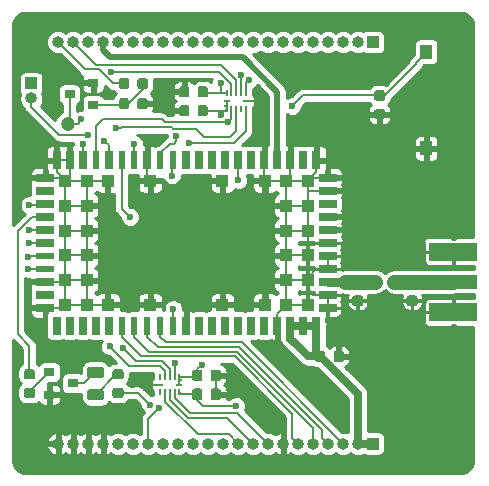
<source format=gtl>
G04 #@! TF.GenerationSoftware,KiCad,Pcbnew,(5.99.0-539-g3370e8996)*
G04 #@! TF.CreationDate,2019-12-19T02:59:25-05:00*
G04 #@! TF.ProjectId,sara_r410m_02b_module_board,73617261-5f72-4343-9130-6d5f3032625f,rev?*
G04 #@! TF.SameCoordinates,Original*
G04 #@! TF.FileFunction,Copper,L1,Top*
G04 #@! TF.FilePolarity,Positive*
%FSLAX46Y46*%
G04 Gerber Fmt 4.6, Leading zero omitted, Abs format (unit mm)*
G04 Created by KiCad (PCBNEW (5.99.0-539-g3370e8996)) date 2019-12-19 02:59:25*
%MOMM*%
%LPD*%
G04 APERTURE LIST*
%ADD10R,1.000000X1.200000*%
%ADD11C,1.200000*%
%ADD12R,0.900000X0.800000*%
%ADD13O,1.000000X1.000000*%
%ADD14R,1.000000X1.000000*%
%ADD15R,0.250000X0.150000*%
%ADD16R,0.600000X0.200000*%
%ADD17R,0.200000X0.600000*%
%ADD18R,1.100000X1.100000*%
%ADD19R,1.500000X0.800000*%
%ADD20R,1.500000X0.600000*%
%ADD21R,0.800000X1.500000*%
%ADD22R,0.600000X1.500000*%
%ADD23R,4.064000X1.524000*%
%ADD24R,4.064000X1.270000*%
%ADD25C,0.600000*%
%ADD26C,0.200000*%
%ADD27C,1.290000*%
%ADD28C,0.800000*%
%ADD29C,0.700000*%
%ADD30C,0.500000*%
%ADD31C,0.254000*%
G04 APERTURE END LIST*
D10*
X165500000Y-83810000D03*
X165500000Y-91990000D03*
D11*
X135150000Y-89900000D03*
G04 #@! TA.AperFunction,SMDPad,CuDef*
G36*
X140214962Y-87741651D02*
G01*
X140285930Y-87789070D01*
X140333349Y-87860038D01*
X140350000Y-87943750D01*
X140350000Y-88456250D01*
X140333349Y-88539962D01*
X140285930Y-88610930D01*
X140214962Y-88658349D01*
X140131250Y-88675000D01*
X139693750Y-88675000D01*
X139610038Y-88658349D01*
X139539070Y-88610930D01*
X139491651Y-88539962D01*
X139475000Y-88456250D01*
X139475000Y-87943750D01*
X139491651Y-87860038D01*
X139539070Y-87789070D01*
X139610038Y-87741651D01*
X139693750Y-87725000D01*
X140131250Y-87725000D01*
X140214962Y-87741651D01*
G37*
G04 #@! TD.AperFunction*
G04 #@! TA.AperFunction,SMDPad,CuDef*
G36*
X141789962Y-87741651D02*
G01*
X141860930Y-87789070D01*
X141908349Y-87860038D01*
X141925000Y-87943750D01*
X141925000Y-88456250D01*
X141908349Y-88539962D01*
X141860930Y-88610930D01*
X141789962Y-88658349D01*
X141706250Y-88675000D01*
X141268750Y-88675000D01*
X141185038Y-88658349D01*
X141114070Y-88610930D01*
X141066651Y-88539962D01*
X141050000Y-88456250D01*
X141050000Y-87943750D01*
X141066651Y-87860038D01*
X141114070Y-87789070D01*
X141185038Y-87741651D01*
X141268750Y-87725000D01*
X141706250Y-87725000D01*
X141789962Y-87741651D01*
G37*
G04 #@! TD.AperFunction*
G04 #@! TA.AperFunction,SMDPad,CuDef*
G36*
X140214962Y-86041651D02*
G01*
X140285930Y-86089070D01*
X140333349Y-86160038D01*
X140350000Y-86243750D01*
X140350000Y-86756250D01*
X140333349Y-86839962D01*
X140285930Y-86910930D01*
X140214962Y-86958349D01*
X140131250Y-86975000D01*
X139693750Y-86975000D01*
X139610038Y-86958349D01*
X139539070Y-86910930D01*
X139491651Y-86839962D01*
X139475000Y-86756250D01*
X139475000Y-86243750D01*
X139491651Y-86160038D01*
X139539070Y-86089070D01*
X139610038Y-86041651D01*
X139693750Y-86025000D01*
X140131250Y-86025000D01*
X140214962Y-86041651D01*
G37*
G04 #@! TD.AperFunction*
G04 #@! TA.AperFunction,SMDPad,CuDef*
G36*
X141789962Y-86041651D02*
G01*
X141860930Y-86089070D01*
X141908349Y-86160038D01*
X141925000Y-86243750D01*
X141925000Y-86756250D01*
X141908349Y-86839962D01*
X141860930Y-86910930D01*
X141789962Y-86958349D01*
X141706250Y-86975000D01*
X141268750Y-86975000D01*
X141185038Y-86958349D01*
X141114070Y-86910930D01*
X141066651Y-86839962D01*
X141050000Y-86756250D01*
X141050000Y-86243750D01*
X141066651Y-86160038D01*
X141114070Y-86089070D01*
X141185038Y-86041651D01*
X141268750Y-86025000D01*
X141706250Y-86025000D01*
X141789962Y-86041651D01*
G37*
G04 #@! TD.AperFunction*
D12*
X135300000Y-87400000D03*
X137300000Y-86450000D03*
X137300000Y-88350000D03*
D13*
X132050000Y-87770000D03*
D14*
X132050000Y-86500000D03*
D15*
X144775000Y-111575000D03*
D16*
X144600000Y-112000000D03*
D17*
X144600000Y-112650000D03*
X144200000Y-112650000D03*
X143800000Y-112650000D03*
X143400000Y-112650000D03*
X143000000Y-112650000D03*
D16*
X143000000Y-112000000D03*
D17*
X143000000Y-111350000D03*
X143400000Y-111350000D03*
X143800000Y-111350000D03*
X144200000Y-111350000D03*
X144600000Y-111350000D03*
D15*
X148425000Y-88425000D03*
D16*
X148600000Y-88000000D03*
D17*
X148600000Y-87350000D03*
X149000000Y-87350000D03*
X149400000Y-87350000D03*
X149800000Y-87350000D03*
X150200000Y-87350000D03*
D16*
X150200000Y-88000000D03*
D17*
X150200000Y-88650000D03*
X149800000Y-88650000D03*
X149400000Y-88650000D03*
X149000000Y-88650000D03*
X148600000Y-88650000D03*
D18*
X138550000Y-105250000D03*
X142150000Y-105250000D03*
X148250000Y-105250000D03*
X134950000Y-105250000D03*
X134950000Y-103150000D03*
X134950000Y-101050000D03*
X134950000Y-98950000D03*
X134950000Y-96850000D03*
X136750000Y-105250000D03*
X136750000Y-103150000D03*
X136750000Y-101050000D03*
X136750000Y-98950000D03*
X136750000Y-96850000D03*
X151850000Y-105250000D03*
X153650000Y-105250000D03*
X153650000Y-103150000D03*
X153650000Y-101050000D03*
X153650000Y-98950000D03*
X153650000Y-96850000D03*
X155450000Y-105250000D03*
X155450000Y-103150000D03*
X155450000Y-101050000D03*
X155450000Y-98950000D03*
X155450000Y-96850000D03*
X142150000Y-94750000D03*
X138550000Y-94750000D03*
X136750000Y-94750000D03*
X134950000Y-94750000D03*
X148250000Y-94750000D03*
X151850000Y-94750000D03*
X153650000Y-94750000D03*
X155450000Y-94750000D03*
D19*
X157150000Y-94500000D03*
X157150000Y-95600000D03*
X157150000Y-96700000D03*
X157150000Y-97800000D03*
X157150000Y-98900000D03*
X157150000Y-100000000D03*
X157150000Y-101100000D03*
X157150000Y-102200000D03*
X157150000Y-103300000D03*
X157150000Y-104400000D03*
X157150000Y-105500000D03*
X133250000Y-105500000D03*
X133250000Y-104400000D03*
X133250000Y-103300000D03*
D20*
X133250000Y-102200000D03*
X133250000Y-101100000D03*
D19*
X133250000Y-100000000D03*
X133250000Y-98900000D03*
X133250000Y-97800000D03*
X133250000Y-96700000D03*
X133250000Y-95600000D03*
X133250000Y-94500000D03*
D21*
X156200000Y-107000000D03*
X155100000Y-107000000D03*
X154000000Y-107000000D03*
X152900000Y-107000000D03*
X151800000Y-107000000D03*
X150700000Y-107000000D03*
X149600000Y-107000000D03*
X148500000Y-107000000D03*
X147400000Y-107000000D03*
X146300000Y-107000000D03*
X145200000Y-107000000D03*
D22*
X144100000Y-107000000D03*
X143000000Y-107000000D03*
X141900000Y-107000000D03*
X140800000Y-107000000D03*
X139700000Y-107000000D03*
D21*
X138600000Y-107000000D03*
X137500000Y-107000000D03*
X136400000Y-107000000D03*
X135300000Y-107000000D03*
X134200000Y-107000000D03*
X134200000Y-93000000D03*
X135300000Y-93000000D03*
X136400000Y-93000000D03*
D22*
X137500000Y-93000000D03*
D21*
X138600000Y-93000000D03*
D22*
X139700000Y-93000000D03*
X140800000Y-93000000D03*
D21*
X141900000Y-93000000D03*
D22*
X143000000Y-93000000D03*
X144100000Y-93000000D03*
D21*
X145200000Y-93000000D03*
X146300000Y-93000000D03*
X147400000Y-93000000D03*
X148500000Y-93000000D03*
X149600000Y-93000000D03*
X150700000Y-93000000D03*
X151800000Y-93000000D03*
X152900000Y-93000000D03*
X154000000Y-93000000D03*
X155100000Y-93000000D03*
X156200000Y-93000000D03*
G04 #@! TA.AperFunction,SMDPad,CuDef*
G36*
X132239962Y-110691651D02*
G01*
X132310930Y-110739070D01*
X132358349Y-110810038D01*
X132375000Y-110893750D01*
X132375000Y-111331250D01*
X132358349Y-111414962D01*
X132310930Y-111485930D01*
X132239962Y-111533349D01*
X132156250Y-111550000D01*
X131643750Y-111550000D01*
X131560038Y-111533349D01*
X131489070Y-111485930D01*
X131441651Y-111414962D01*
X131425000Y-111331250D01*
X131425000Y-110893750D01*
X131441651Y-110810038D01*
X131489070Y-110739070D01*
X131560038Y-110691651D01*
X131643750Y-110675000D01*
X132156250Y-110675000D01*
X132239962Y-110691651D01*
G37*
G04 #@! TD.AperFunction*
G04 #@! TA.AperFunction,SMDPad,CuDef*
G36*
X132239962Y-112266651D02*
G01*
X132310930Y-112314070D01*
X132358349Y-112385038D01*
X132375000Y-112468750D01*
X132375000Y-112906250D01*
X132358349Y-112989962D01*
X132310930Y-113060930D01*
X132239962Y-113108349D01*
X132156250Y-113125000D01*
X131643750Y-113125000D01*
X131560038Y-113108349D01*
X131489070Y-113060930D01*
X131441651Y-112989962D01*
X131425000Y-112906250D01*
X131425000Y-112468750D01*
X131441651Y-112385038D01*
X131489070Y-112314070D01*
X131560038Y-112266651D01*
X131643750Y-112250000D01*
X132156250Y-112250000D01*
X132239962Y-112266651D01*
G37*
G04 #@! TD.AperFunction*
G04 #@! TA.AperFunction,SMDPad,CuDef*
G36*
X139739962Y-110691651D02*
G01*
X139810930Y-110739070D01*
X139858349Y-110810038D01*
X139875000Y-110893750D01*
X139875000Y-111331250D01*
X139858349Y-111414962D01*
X139810930Y-111485930D01*
X139739962Y-111533349D01*
X139656250Y-111550000D01*
X139143750Y-111550000D01*
X139060038Y-111533349D01*
X138989070Y-111485930D01*
X138941651Y-111414962D01*
X138925000Y-111331250D01*
X138925000Y-110893750D01*
X138941651Y-110810038D01*
X138989070Y-110739070D01*
X139060038Y-110691651D01*
X139143750Y-110675000D01*
X139656250Y-110675000D01*
X139739962Y-110691651D01*
G37*
G04 #@! TD.AperFunction*
G04 #@! TA.AperFunction,SMDPad,CuDef*
G36*
X139739962Y-112266651D02*
G01*
X139810930Y-112314070D01*
X139858349Y-112385038D01*
X139875000Y-112468750D01*
X139875000Y-112906250D01*
X139858349Y-112989962D01*
X139810930Y-113060930D01*
X139739962Y-113108349D01*
X139656250Y-113125000D01*
X139143750Y-113125000D01*
X139060038Y-113108349D01*
X138989070Y-113060930D01*
X138941651Y-112989962D01*
X138925000Y-112906250D01*
X138925000Y-112468750D01*
X138941651Y-112385038D01*
X138989070Y-112314070D01*
X139060038Y-112266651D01*
X139143750Y-112250000D01*
X139656250Y-112250000D01*
X139739962Y-112266651D01*
G37*
G04 #@! TD.AperFunction*
G04 #@! TA.AperFunction,SMDPad,CuDef*
G36*
X161514962Y-102841651D02*
G01*
X161585930Y-102889070D01*
X161633349Y-102960038D01*
X161650000Y-103043750D01*
X161650000Y-103556250D01*
X161633349Y-103639962D01*
X161585930Y-103710930D01*
X161514962Y-103758349D01*
X161431250Y-103775000D01*
X160993750Y-103775000D01*
X160910038Y-103758349D01*
X160839070Y-103710930D01*
X160791651Y-103639962D01*
X160775000Y-103556250D01*
X160775000Y-103043750D01*
X160791651Y-102960038D01*
X160839070Y-102889070D01*
X160910038Y-102841651D01*
X160993750Y-102825000D01*
X161431250Y-102825000D01*
X161514962Y-102841651D01*
G37*
G04 #@! TD.AperFunction*
G04 #@! TA.AperFunction,SMDPad,CuDef*
G36*
X163089962Y-102841651D02*
G01*
X163160930Y-102889070D01*
X163208349Y-102960038D01*
X163225000Y-103043750D01*
X163225000Y-103556250D01*
X163208349Y-103639962D01*
X163160930Y-103710930D01*
X163089962Y-103758349D01*
X163006250Y-103775000D01*
X162568750Y-103775000D01*
X162485038Y-103758349D01*
X162414070Y-103710930D01*
X162366651Y-103639962D01*
X162350000Y-103556250D01*
X162350000Y-103043750D01*
X162366651Y-102960038D01*
X162414070Y-102889070D01*
X162485038Y-102841651D01*
X162568750Y-102825000D01*
X163006250Y-102825000D01*
X163089962Y-102841651D01*
G37*
G04 #@! TD.AperFunction*
D12*
X135600000Y-111900000D03*
X133600000Y-112850000D03*
X133600000Y-110950000D03*
D13*
X134330000Y-117000000D03*
X135600000Y-117000000D03*
X136870000Y-117000000D03*
X138140000Y-117000000D03*
X139410000Y-117000000D03*
X140680000Y-117000000D03*
X141950000Y-117000000D03*
X143220000Y-117000000D03*
X144490000Y-117000000D03*
X145760000Y-117000000D03*
X147030000Y-117000000D03*
X148300000Y-117000000D03*
X149570000Y-117000000D03*
X150840000Y-117000000D03*
X152110000Y-117000000D03*
X153380000Y-117000000D03*
X154650000Y-117000000D03*
X155920000Y-117000000D03*
X157190000Y-117000000D03*
X158460000Y-117000000D03*
X159730000Y-117000000D03*
D14*
X161000000Y-117000000D03*
D13*
X134330000Y-83000000D03*
X135600000Y-83000000D03*
X136870000Y-83000000D03*
X138140000Y-83000000D03*
X139410000Y-83000000D03*
X140680000Y-83000000D03*
X141950000Y-83000000D03*
X143220000Y-83000000D03*
X144490000Y-83000000D03*
X145760000Y-83000000D03*
X147030000Y-83000000D03*
X148300000Y-83000000D03*
X149570000Y-83000000D03*
X150840000Y-83000000D03*
X152110000Y-83000000D03*
X153380000Y-83000000D03*
X154650000Y-83000000D03*
X155920000Y-83000000D03*
X157190000Y-83000000D03*
X158460000Y-83000000D03*
X159730000Y-83000000D03*
D14*
X161000000Y-83000000D03*
D23*
X167800000Y-105840000D03*
X167800000Y-100760000D03*
D24*
X167800000Y-103300000D03*
G04 #@! TA.AperFunction,SMDPad,CuDef*
G36*
X138049529Y-112368554D02*
G01*
X138128607Y-112421393D01*
X138181446Y-112500471D01*
X138200000Y-112593750D01*
X138200000Y-113081250D01*
X138181446Y-113174529D01*
X138128607Y-113253607D01*
X138049529Y-113306446D01*
X137956250Y-113325000D01*
X137043750Y-113325000D01*
X136950471Y-113306446D01*
X136871393Y-113253607D01*
X136818554Y-113174529D01*
X136800000Y-113081250D01*
X136800000Y-112593750D01*
X136818554Y-112500471D01*
X136871393Y-112421393D01*
X136950471Y-112368554D01*
X137043750Y-112350000D01*
X137956250Y-112350000D01*
X138049529Y-112368554D01*
G37*
G04 #@! TD.AperFunction*
G04 #@! TA.AperFunction,SMDPad,CuDef*
G36*
X138049529Y-110493554D02*
G01*
X138128607Y-110546393D01*
X138181446Y-110625471D01*
X138200000Y-110718750D01*
X138200000Y-111206250D01*
X138181446Y-111299529D01*
X138128607Y-111378607D01*
X138049529Y-111431446D01*
X137956250Y-111450000D01*
X137043750Y-111450000D01*
X136950471Y-111431446D01*
X136871393Y-111378607D01*
X136818554Y-111299529D01*
X136800000Y-111206250D01*
X136800000Y-110718750D01*
X136818554Y-110625471D01*
X136871393Y-110546393D01*
X136950471Y-110493554D01*
X137043750Y-110475000D01*
X137956250Y-110475000D01*
X138049529Y-110493554D01*
G37*
G04 #@! TD.AperFunction*
G04 #@! TA.AperFunction,SMDPad,CuDef*
G36*
X146414962Y-112341651D02*
G01*
X146485930Y-112389070D01*
X146533349Y-112460038D01*
X146550000Y-112543750D01*
X146550000Y-113056250D01*
X146533349Y-113139962D01*
X146485930Y-113210930D01*
X146414962Y-113258349D01*
X146331250Y-113275000D01*
X145893750Y-113275000D01*
X145810038Y-113258349D01*
X145739070Y-113210930D01*
X145691651Y-113139962D01*
X145675000Y-113056250D01*
X145675000Y-112543750D01*
X145691651Y-112460038D01*
X145739070Y-112389070D01*
X145810038Y-112341651D01*
X145893750Y-112325000D01*
X146331250Y-112325000D01*
X146414962Y-112341651D01*
G37*
G04 #@! TD.AperFunction*
G04 #@! TA.AperFunction,SMDPad,CuDef*
G36*
X147989962Y-112341651D02*
G01*
X148060930Y-112389070D01*
X148108349Y-112460038D01*
X148125000Y-112543750D01*
X148125000Y-113056250D01*
X148108349Y-113139962D01*
X148060930Y-113210930D01*
X147989962Y-113258349D01*
X147906250Y-113275000D01*
X147468750Y-113275000D01*
X147385038Y-113258349D01*
X147314070Y-113210930D01*
X147266651Y-113139962D01*
X147250000Y-113056250D01*
X147250000Y-112543750D01*
X147266651Y-112460038D01*
X147314070Y-112389070D01*
X147385038Y-112341651D01*
X147468750Y-112325000D01*
X147906250Y-112325000D01*
X147989962Y-112341651D01*
G37*
G04 #@! TD.AperFunction*
G04 #@! TA.AperFunction,SMDPad,CuDef*
G36*
X146414962Y-110741651D02*
G01*
X146485930Y-110789070D01*
X146533349Y-110860038D01*
X146550000Y-110943750D01*
X146550000Y-111456250D01*
X146533349Y-111539962D01*
X146485930Y-111610930D01*
X146414962Y-111658349D01*
X146331250Y-111675000D01*
X145893750Y-111675000D01*
X145810038Y-111658349D01*
X145739070Y-111610930D01*
X145691651Y-111539962D01*
X145675000Y-111456250D01*
X145675000Y-110943750D01*
X145691651Y-110860038D01*
X145739070Y-110789070D01*
X145810038Y-110741651D01*
X145893750Y-110725000D01*
X146331250Y-110725000D01*
X146414962Y-110741651D01*
G37*
G04 #@! TD.AperFunction*
G04 #@! TA.AperFunction,SMDPad,CuDef*
G36*
X147989962Y-110741651D02*
G01*
X148060930Y-110789070D01*
X148108349Y-110860038D01*
X148125000Y-110943750D01*
X148125000Y-111456250D01*
X148108349Y-111539962D01*
X148060930Y-111610930D01*
X147989962Y-111658349D01*
X147906250Y-111675000D01*
X147468750Y-111675000D01*
X147385038Y-111658349D01*
X147314070Y-111610930D01*
X147266651Y-111539962D01*
X147250000Y-111456250D01*
X147250000Y-110943750D01*
X147266651Y-110860038D01*
X147314070Y-110789070D01*
X147385038Y-110741651D01*
X147468750Y-110725000D01*
X147906250Y-110725000D01*
X147989962Y-110741651D01*
G37*
G04 #@! TD.AperFunction*
G04 #@! TA.AperFunction,SMDPad,CuDef*
G36*
X158389962Y-109141651D02*
G01*
X158460930Y-109189070D01*
X158508349Y-109260038D01*
X158525000Y-109343750D01*
X158525000Y-109856250D01*
X158508349Y-109939962D01*
X158460930Y-110010930D01*
X158389962Y-110058349D01*
X158306250Y-110075000D01*
X157868750Y-110075000D01*
X157785038Y-110058349D01*
X157714070Y-110010930D01*
X157666651Y-109939962D01*
X157650000Y-109856250D01*
X157650000Y-109343750D01*
X157666651Y-109260038D01*
X157714070Y-109189070D01*
X157785038Y-109141651D01*
X157868750Y-109125000D01*
X158306250Y-109125000D01*
X158389962Y-109141651D01*
G37*
G04 #@! TD.AperFunction*
G04 #@! TA.AperFunction,SMDPad,CuDef*
G36*
X156814962Y-109141651D02*
G01*
X156885930Y-109189070D01*
X156933349Y-109260038D01*
X156950000Y-109343750D01*
X156950000Y-109856250D01*
X156933349Y-109939962D01*
X156885930Y-110010930D01*
X156814962Y-110058349D01*
X156731250Y-110075000D01*
X156293750Y-110075000D01*
X156210038Y-110058349D01*
X156139070Y-110010930D01*
X156091651Y-109939962D01*
X156075000Y-109856250D01*
X156075000Y-109343750D01*
X156091651Y-109260038D01*
X156139070Y-109189070D01*
X156210038Y-109141651D01*
X156293750Y-109125000D01*
X156731250Y-109125000D01*
X156814962Y-109141651D01*
G37*
G04 #@! TD.AperFunction*
G04 #@! TA.AperFunction,SMDPad,CuDef*
G36*
X146889962Y-86741651D02*
G01*
X146960930Y-86789070D01*
X147008349Y-86860038D01*
X147025000Y-86943750D01*
X147025000Y-87456250D01*
X147008349Y-87539962D01*
X146960930Y-87610930D01*
X146889962Y-87658349D01*
X146806250Y-87675000D01*
X146368750Y-87675000D01*
X146285038Y-87658349D01*
X146214070Y-87610930D01*
X146166651Y-87539962D01*
X146150000Y-87456250D01*
X146150000Y-86943750D01*
X146166651Y-86860038D01*
X146214070Y-86789070D01*
X146285038Y-86741651D01*
X146368750Y-86725000D01*
X146806250Y-86725000D01*
X146889962Y-86741651D01*
G37*
G04 #@! TD.AperFunction*
G04 #@! TA.AperFunction,SMDPad,CuDef*
G36*
X145314962Y-86741651D02*
G01*
X145385930Y-86789070D01*
X145433349Y-86860038D01*
X145450000Y-86943750D01*
X145450000Y-87456250D01*
X145433349Y-87539962D01*
X145385930Y-87610930D01*
X145314962Y-87658349D01*
X145231250Y-87675000D01*
X144793750Y-87675000D01*
X144710038Y-87658349D01*
X144639070Y-87610930D01*
X144591651Y-87539962D01*
X144575000Y-87456250D01*
X144575000Y-86943750D01*
X144591651Y-86860038D01*
X144639070Y-86789070D01*
X144710038Y-86741651D01*
X144793750Y-86725000D01*
X145231250Y-86725000D01*
X145314962Y-86741651D01*
G37*
G04 #@! TD.AperFunction*
G04 #@! TA.AperFunction,SMDPad,CuDef*
G36*
X146889962Y-88341651D02*
G01*
X146960930Y-88389070D01*
X147008349Y-88460038D01*
X147025000Y-88543750D01*
X147025000Y-89056250D01*
X147008349Y-89139962D01*
X146960930Y-89210930D01*
X146889962Y-89258349D01*
X146806250Y-89275000D01*
X146368750Y-89275000D01*
X146285038Y-89258349D01*
X146214070Y-89210930D01*
X146166651Y-89139962D01*
X146150000Y-89056250D01*
X146150000Y-88543750D01*
X146166651Y-88460038D01*
X146214070Y-88389070D01*
X146285038Y-88341651D01*
X146368750Y-88325000D01*
X146806250Y-88325000D01*
X146889962Y-88341651D01*
G37*
G04 #@! TD.AperFunction*
G04 #@! TA.AperFunction,SMDPad,CuDef*
G36*
X145314962Y-88341651D02*
G01*
X145385930Y-88389070D01*
X145433349Y-88460038D01*
X145450000Y-88543750D01*
X145450000Y-89056250D01*
X145433349Y-89139962D01*
X145385930Y-89210930D01*
X145314962Y-89258349D01*
X145231250Y-89275000D01*
X144793750Y-89275000D01*
X144710038Y-89258349D01*
X144639070Y-89210930D01*
X144591651Y-89139962D01*
X144575000Y-89056250D01*
X144575000Y-88543750D01*
X144591651Y-88460038D01*
X144639070Y-88389070D01*
X144710038Y-88341651D01*
X144793750Y-88325000D01*
X145231250Y-88325000D01*
X145314962Y-88341651D01*
G37*
G04 #@! TD.AperFunction*
G04 #@! TA.AperFunction,SMDPad,CuDef*
G36*
X164639962Y-104466651D02*
G01*
X164710930Y-104514070D01*
X164758349Y-104585038D01*
X164775000Y-104668750D01*
X164775000Y-105106250D01*
X164758349Y-105189962D01*
X164710930Y-105260930D01*
X164639962Y-105308349D01*
X164556250Y-105325000D01*
X164043750Y-105325000D01*
X163960038Y-105308349D01*
X163889070Y-105260930D01*
X163841651Y-105189962D01*
X163825000Y-105106250D01*
X163825000Y-104668750D01*
X163841651Y-104585038D01*
X163889070Y-104514070D01*
X163960038Y-104466651D01*
X164043750Y-104450000D01*
X164556250Y-104450000D01*
X164639962Y-104466651D01*
G37*
G04 #@! TD.AperFunction*
G04 #@! TA.AperFunction,SMDPad,CuDef*
G36*
X164639962Y-102891651D02*
G01*
X164710930Y-102939070D01*
X164758349Y-103010038D01*
X164775000Y-103093750D01*
X164775000Y-103531250D01*
X164758349Y-103614962D01*
X164710930Y-103685930D01*
X164639962Y-103733349D01*
X164556250Y-103750000D01*
X164043750Y-103750000D01*
X163960038Y-103733349D01*
X163889070Y-103685930D01*
X163841651Y-103614962D01*
X163825000Y-103531250D01*
X163825000Y-103093750D01*
X163841651Y-103010038D01*
X163889070Y-102939070D01*
X163960038Y-102891651D01*
X164043750Y-102875000D01*
X164556250Y-102875000D01*
X164639962Y-102891651D01*
G37*
G04 #@! TD.AperFunction*
G04 #@! TA.AperFunction,SMDPad,CuDef*
G36*
X160039962Y-104466651D02*
G01*
X160110930Y-104514070D01*
X160158349Y-104585038D01*
X160175000Y-104668750D01*
X160175000Y-105106250D01*
X160158349Y-105189962D01*
X160110930Y-105260930D01*
X160039962Y-105308349D01*
X159956250Y-105325000D01*
X159443750Y-105325000D01*
X159360038Y-105308349D01*
X159289070Y-105260930D01*
X159241651Y-105189962D01*
X159225000Y-105106250D01*
X159225000Y-104668750D01*
X159241651Y-104585038D01*
X159289070Y-104514070D01*
X159360038Y-104466651D01*
X159443750Y-104450000D01*
X159956250Y-104450000D01*
X160039962Y-104466651D01*
G37*
G04 #@! TD.AperFunction*
G04 #@! TA.AperFunction,SMDPad,CuDef*
G36*
X160039962Y-102891651D02*
G01*
X160110930Y-102939070D01*
X160158349Y-103010038D01*
X160175000Y-103093750D01*
X160175000Y-103531250D01*
X160158349Y-103614962D01*
X160110930Y-103685930D01*
X160039962Y-103733349D01*
X159956250Y-103750000D01*
X159443750Y-103750000D01*
X159360038Y-103733349D01*
X159289070Y-103685930D01*
X159241651Y-103614962D01*
X159225000Y-103531250D01*
X159225000Y-103093750D01*
X159241651Y-103010038D01*
X159289070Y-102939070D01*
X159360038Y-102891651D01*
X159443750Y-102875000D01*
X159956250Y-102875000D01*
X160039962Y-102891651D01*
G37*
G04 #@! TD.AperFunction*
G04 #@! TA.AperFunction,SMDPad,CuDef*
G36*
X161889962Y-88666651D02*
G01*
X161960930Y-88714070D01*
X162008349Y-88785038D01*
X162025000Y-88868750D01*
X162025000Y-89306250D01*
X162008349Y-89389962D01*
X161960930Y-89460930D01*
X161889962Y-89508349D01*
X161806250Y-89525000D01*
X161293750Y-89525000D01*
X161210038Y-89508349D01*
X161139070Y-89460930D01*
X161091651Y-89389962D01*
X161075000Y-89306250D01*
X161075000Y-88868750D01*
X161091651Y-88785038D01*
X161139070Y-88714070D01*
X161210038Y-88666651D01*
X161293750Y-88650000D01*
X161806250Y-88650000D01*
X161889962Y-88666651D01*
G37*
G04 #@! TD.AperFunction*
G04 #@! TA.AperFunction,SMDPad,CuDef*
G36*
X161889962Y-87091651D02*
G01*
X161960930Y-87139070D01*
X162008349Y-87210038D01*
X162025000Y-87293750D01*
X162025000Y-87731250D01*
X162008349Y-87814962D01*
X161960930Y-87885930D01*
X161889962Y-87933349D01*
X161806250Y-87950000D01*
X161293750Y-87950000D01*
X161210038Y-87933349D01*
X161139070Y-87885930D01*
X161091651Y-87814962D01*
X161075000Y-87731250D01*
X161075000Y-87293750D01*
X161091651Y-87210038D01*
X161139070Y-87139070D01*
X161210038Y-87091651D01*
X161293750Y-87075000D01*
X161806250Y-87075000D01*
X161889962Y-87091651D01*
G37*
G04 #@! TD.AperFunction*
D25*
X148699999Y-89731281D03*
X136300000Y-89550000D03*
X140750000Y-91600000D03*
X138250000Y-91350000D03*
X136850000Y-90874276D03*
X144000000Y-94300000D03*
X144350000Y-90950000D03*
X154150000Y-88400000D03*
X138850000Y-85500000D03*
X144100000Y-105600000D03*
X144200000Y-110200000D03*
X139800000Y-108900000D03*
X131900000Y-98900000D03*
X131900000Y-100000000D03*
X138700000Y-108741416D03*
X131900000Y-96800000D03*
X136400000Y-91600000D03*
X149600000Y-94700000D03*
X131800000Y-101200000D03*
X131800000Y-102200000D03*
X145400000Y-91500000D03*
X140400000Y-97800000D03*
X139200010Y-90274276D03*
X146500000Y-110300000D03*
X152900000Y-90700000D03*
X154550000Y-108650000D03*
X149824272Y-85775728D03*
X150501804Y-86201133D03*
X148100000Y-86500000D03*
X148099999Y-89200000D03*
X149399999Y-113800001D03*
X142100000Y-113700000D03*
X142835327Y-114015140D03*
X140700000Y-112000000D03*
X142100000Y-91500000D03*
X142900000Y-87500000D03*
X138700000Y-98900000D03*
X138800000Y-101000000D03*
X138800000Y-103000000D03*
X167500000Y-82500000D03*
X162500000Y-92500000D03*
X167500000Y-92500000D03*
X167500000Y-97500000D03*
X162500000Y-97500000D03*
X167500000Y-117500000D03*
X167500000Y-112500000D03*
X167500000Y-107500000D03*
X162500000Y-107500000D03*
X162500000Y-112500000D03*
X162500000Y-117500000D03*
X157500000Y-112500000D03*
X157500000Y-107500000D03*
X140000000Y-115000000D03*
X137500000Y-115000000D03*
X132500000Y-115000000D03*
X135000000Y-115000000D03*
X132500000Y-117500000D03*
X132500000Y-85000000D03*
X132500000Y-82500000D03*
X158900000Y-101800000D03*
X158900000Y-100600000D03*
X158900000Y-99400000D03*
X158600000Y-104900000D03*
X161000000Y-104900000D03*
X162900000Y-106200000D03*
X163100000Y-104900000D03*
X158600000Y-105800000D03*
X164300000Y-105900000D03*
X158600000Y-106700000D03*
X161000000Y-106200000D03*
X160900000Y-100600000D03*
X162900000Y-100600000D03*
X164900000Y-100600000D03*
X160900000Y-99400000D03*
X162900000Y-99400000D03*
X164900000Y-99400000D03*
X160900000Y-101800000D03*
X162900000Y-101800000D03*
X164900000Y-101800000D03*
D26*
X144099999Y-90349999D02*
X145999999Y-90349999D01*
X149400000Y-90550000D02*
X149400000Y-90450000D01*
X149400000Y-90450000D02*
X149400000Y-89550000D01*
X143950000Y-90200000D02*
X144099999Y-90349999D01*
X139200010Y-90274276D02*
X139624274Y-90274276D01*
X139698550Y-90200000D02*
X143950000Y-90200000D01*
X139624274Y-90274276D02*
X139698550Y-90200000D01*
X145999999Y-90349999D02*
X146700000Y-91050000D01*
X146700000Y-91050000D02*
X148900000Y-91050000D01*
X148900000Y-91050000D02*
X149400000Y-90550000D01*
X149400000Y-88650000D02*
X149400000Y-89550000D01*
X149400000Y-89550000D02*
X149400000Y-89750000D01*
X150200000Y-90550000D02*
X149250000Y-91500000D01*
X149250000Y-91500000D02*
X145824264Y-91500000D01*
X150200000Y-88650000D02*
X150200000Y-90550000D01*
X145824264Y-91500000D02*
X145400000Y-91500000D01*
X143390000Y-89800000D02*
X148750000Y-89800000D01*
X143090000Y-89500000D02*
X143390000Y-89800000D01*
X137500000Y-90100000D02*
X138100000Y-89500000D01*
X148750000Y-89800000D02*
X149000000Y-89550000D01*
X138100000Y-89500000D02*
X143090000Y-89500000D01*
X137500000Y-93000000D02*
X137500000Y-90100000D01*
X149000000Y-89550000D02*
X149000000Y-88650000D01*
X135998528Y-89900000D02*
X136300000Y-89598528D01*
X136300000Y-89598528D02*
X136300000Y-89550000D01*
X135150000Y-89900000D02*
X135998528Y-89900000D01*
X140750000Y-92000000D02*
X140750000Y-91600000D01*
X140800000Y-93000000D02*
X140800000Y-92050000D01*
X140800000Y-92050000D02*
X140750000Y-92000000D01*
X132050000Y-88477106D02*
X134447170Y-90874276D01*
X134447170Y-90874276D02*
X136850000Y-90874276D01*
X132050000Y-87770000D02*
X132050000Y-88477106D01*
X138600000Y-91700000D02*
X138600000Y-93000000D01*
X138250000Y-91350000D02*
X138600000Y-91700000D01*
X144000000Y-94300000D02*
X144000000Y-93100000D01*
X144000000Y-93100000D02*
X144100000Y-93000000D01*
X143809998Y-91600000D02*
X143000000Y-92409998D01*
X144124264Y-91600000D02*
X143809998Y-91600000D01*
X143000000Y-92409998D02*
X143000000Y-93000000D01*
X144124264Y-91600000D02*
X144350000Y-91374264D01*
X144100000Y-91600000D02*
X144124264Y-91600000D01*
X144350000Y-91374264D02*
X144350000Y-90950000D01*
X155037500Y-87512500D02*
X154150000Y-88400000D01*
X161550000Y-87512500D02*
X155037500Y-87512500D01*
X164650000Y-84760000D02*
X164650000Y-84887500D01*
X164650000Y-84887500D02*
X162025000Y-87512500D01*
X162025000Y-87512500D02*
X161550000Y-87512500D01*
X165500000Y-83810000D02*
X165500000Y-83910000D01*
X165500000Y-83910000D02*
X164650000Y-84760000D01*
X135300000Y-87400000D02*
X135300000Y-89750000D01*
X135300000Y-89750000D02*
X135150000Y-89900000D01*
X139912500Y-86500000D02*
X138961998Y-86500000D01*
X138961998Y-86500000D02*
X137762008Y-85300010D01*
X137762008Y-85300010D02*
X136630010Y-85300010D01*
X136630010Y-85300010D02*
X134829999Y-83499999D01*
X134829999Y-83499999D02*
X134330000Y-83000000D01*
X141487500Y-86500000D02*
X141487500Y-86975000D01*
X141487500Y-86975000D02*
X140262500Y-88200000D01*
X140262500Y-88200000D02*
X139912500Y-88200000D01*
X137300000Y-88350000D02*
X139762500Y-88350000D01*
X139762500Y-88350000D02*
X139912500Y-88200000D01*
X149000000Y-86511996D02*
X147988004Y-85500000D01*
X139274264Y-85500000D02*
X138850000Y-85500000D01*
X147988004Y-85500000D02*
X139274264Y-85500000D01*
X149000000Y-87350000D02*
X149000000Y-86511996D01*
D27*
X162787500Y-103300000D02*
X167800000Y-103300000D01*
X161184990Y-103312500D02*
X161197490Y-103300000D01*
X159700000Y-103312500D02*
X161184990Y-103312500D01*
X159700000Y-103312500D02*
X158612500Y-103312500D01*
D28*
X158600000Y-103300000D02*
X158612500Y-103312500D01*
X157150000Y-103300000D02*
X158600000Y-103300000D01*
D29*
X161000000Y-117000000D02*
X159730000Y-117000000D01*
X159730000Y-112817500D02*
X156512500Y-109600000D01*
X159730000Y-117000000D02*
X159730000Y-112817500D01*
X155100000Y-107000000D02*
X156200000Y-107000000D01*
X155100000Y-107000000D02*
X154000000Y-107000000D01*
X156200000Y-109287500D02*
X156512500Y-109600000D01*
X156200000Y-107000000D02*
X156200000Y-109287500D01*
X154000000Y-108100000D02*
X154000000Y-107000000D01*
X156512500Y-109600000D02*
X155500000Y-109600000D01*
D26*
X143400000Y-112650000D02*
X143400000Y-112900000D01*
X143400000Y-112900000D02*
X143400000Y-113000000D01*
X143800000Y-113100000D02*
X143800000Y-112650000D01*
X143799991Y-113100009D02*
X143800000Y-113100000D01*
X150840000Y-117000000D02*
X148640010Y-114800010D01*
X143799991Y-113277842D02*
X143799991Y-113100009D01*
X145322159Y-114800010D02*
X143799991Y-113277842D01*
X148640010Y-114800010D02*
X145322159Y-114800010D01*
X143399981Y-113443531D02*
X143399981Y-113000000D01*
X146156450Y-116199999D02*
X143399981Y-113443531D01*
X149570000Y-117000000D02*
X148769999Y-116199999D01*
X148769999Y-116199999D02*
X146156450Y-116199999D01*
X144100000Y-107000000D02*
X144100000Y-105600000D01*
X154150001Y-116500001D02*
X154650000Y-117000000D01*
X154150001Y-114450001D02*
X154150001Y-116500001D01*
X141350000Y-109600000D02*
X149300000Y-109600000D01*
X139700000Y-107950000D02*
X141350000Y-109600000D01*
X149631378Y-108799978D02*
X156690001Y-115858601D01*
X156690001Y-115858601D02*
X156690001Y-116500001D01*
X143449967Y-108399967D02*
X143000000Y-107950000D01*
X140800000Y-107950000D02*
X140800000Y-107000000D01*
X155920000Y-115654300D02*
X149465689Y-109199989D01*
X149300000Y-109600000D02*
X154150001Y-114450001D01*
X149859967Y-108399967D02*
X143449967Y-108399967D01*
X158460000Y-117000000D02*
X149859967Y-108399967D01*
X139700000Y-107000000D02*
X139700000Y-107950000D01*
X143000000Y-107950000D02*
X143000000Y-107000000D01*
X149465689Y-109199989D02*
X142049989Y-109199989D01*
X156690001Y-116500001D02*
X157190000Y-117000000D01*
X142749978Y-108799978D02*
X149631378Y-108799978D01*
X142049989Y-109199989D02*
X140800000Y-107950000D01*
X141900000Y-107950000D02*
X142749978Y-108799978D01*
X141900000Y-107000000D02*
X141900000Y-107950000D01*
X155920000Y-117000000D02*
X155920000Y-115654300D01*
X144200000Y-111350000D02*
X144200000Y-110200000D01*
X143800000Y-111350000D02*
X143800000Y-110850000D01*
X143800000Y-110850000D02*
X143800000Y-110688002D01*
X143112008Y-110000010D02*
X140900010Y-110000010D01*
X143800000Y-110688002D02*
X143112008Y-110000010D01*
X140900010Y-110000010D02*
X139800000Y-108900000D01*
X131900000Y-98900000D02*
X133250000Y-98900000D01*
X133250000Y-100000000D02*
X131900000Y-100000000D01*
X140358604Y-110400020D02*
X138999999Y-109041415D01*
X138999999Y-109041415D02*
X138700000Y-108741416D01*
X142946320Y-110400020D02*
X140358604Y-110400020D01*
X143400000Y-111350000D02*
X143400000Y-110853700D01*
X143400000Y-110853700D02*
X142946320Y-110400020D01*
X131900000Y-112687500D02*
X131900000Y-112600000D01*
X133550000Y-110950000D02*
X133600000Y-110950000D01*
X131900000Y-112600000D02*
X133550000Y-110950000D01*
X136562500Y-111900000D02*
X137500000Y-110962500D01*
X135600000Y-111900000D02*
X136562500Y-111900000D01*
X139225000Y-111112500D02*
X139400000Y-111112500D01*
X137500000Y-112837500D02*
X139225000Y-111112500D01*
X131900000Y-111112500D02*
X131900000Y-108700000D01*
X131900000Y-108700000D02*
X130900000Y-107700000D01*
X132111998Y-97800000D02*
X132300000Y-97800000D01*
X132300000Y-97800000D02*
X133250000Y-97800000D01*
X130900000Y-99011998D02*
X132111998Y-97800000D01*
X130900000Y-107700000D02*
X130900000Y-99011998D01*
X133150000Y-96800000D02*
X133250000Y-96700000D01*
X131900000Y-96800000D02*
X133150000Y-96800000D01*
X136400000Y-93000000D02*
X136400000Y-91600000D01*
X146737500Y-87350000D02*
X146587500Y-87200000D01*
X148600000Y-88000000D02*
X148600000Y-88650000D01*
X148450000Y-88800000D02*
X148600000Y-88650000D01*
X149600000Y-94700000D02*
X149600000Y-93000000D01*
X133250000Y-101100000D02*
X131900000Y-101100000D01*
X131900000Y-101100000D02*
X131800000Y-101200000D01*
X133250000Y-102200000D02*
X131800000Y-102200000D01*
X139700000Y-93000000D02*
X139700000Y-97100000D01*
X139700000Y-97100000D02*
X140400000Y-97800000D01*
X144600000Y-112000000D02*
X144600000Y-111350000D01*
X145962500Y-111350000D02*
X146112500Y-111200000D01*
X144600000Y-111350000D02*
X145962500Y-111350000D01*
X144750000Y-112800000D02*
X144600000Y-112650000D01*
X146112500Y-112800000D02*
X144750000Y-112800000D01*
X146112500Y-111200000D02*
X146112500Y-110687500D01*
X146112500Y-110687500D02*
X146500000Y-110300000D01*
D30*
X152900000Y-93000000D02*
X152900000Y-90700000D01*
D29*
X154550000Y-108650000D02*
X154000000Y-108100000D01*
X155500000Y-109600000D02*
X154550000Y-108650000D01*
D26*
X148150000Y-87350000D02*
X146737500Y-87350000D01*
X148600000Y-87350000D02*
X148150000Y-87350000D01*
X149800000Y-85800000D02*
X149824272Y-85775728D01*
X150200000Y-86502937D02*
X150501804Y-86201133D01*
X150200000Y-87350000D02*
X150200000Y-86502937D01*
X149800000Y-87350000D02*
X149800000Y-85800000D01*
X148100000Y-87300000D02*
X148100000Y-86924264D01*
X148100000Y-86924264D02*
X148100000Y-86500000D01*
X148150000Y-87350000D02*
X148100000Y-87300000D01*
X148300000Y-88999999D02*
X148099999Y-89200000D01*
X148300000Y-88800000D02*
X148300000Y-88999999D01*
X148300000Y-88800000D02*
X148450000Y-88800000D01*
X146587500Y-88800000D02*
X148450000Y-88800000D01*
X146112500Y-113275000D02*
X146637500Y-113800000D01*
X148975735Y-113800001D02*
X149399999Y-113800001D01*
X144200000Y-113100000D02*
X145500000Y-114400000D01*
X149111996Y-114400000D02*
X149111998Y-114400002D01*
X149510002Y-114400002D02*
X151610001Y-116500001D01*
X151610001Y-116500001D02*
X152110000Y-117000000D01*
X144200000Y-112650000D02*
X144200000Y-113100000D01*
X146112500Y-112800000D02*
X146112500Y-113275000D01*
X146637500Y-113800000D02*
X148975735Y-113800001D01*
X149111998Y-114400002D02*
X149510002Y-114400002D01*
X145500000Y-114400000D02*
X149111996Y-114400000D01*
X150200000Y-88000000D02*
X151400000Y-88000000D01*
X141900000Y-94500000D02*
X142150000Y-94750000D01*
X141900000Y-93000000D02*
X141900000Y-94500000D01*
X151800000Y-94700000D02*
X151850000Y-94750000D01*
X151800000Y-93000000D02*
X151800000Y-94700000D01*
X155450000Y-94750000D02*
X153650000Y-94750000D01*
X154000000Y-94400000D02*
X153650000Y-94750000D01*
X154000000Y-93000000D02*
X154000000Y-94400000D01*
X153650000Y-94750000D02*
X151850000Y-94750000D01*
X156200000Y-94000000D02*
X156200000Y-93000000D01*
X155450000Y-94750000D02*
X156200000Y-94000000D01*
X155700000Y-94500000D02*
X155450000Y-94750000D01*
X157150000Y-94500000D02*
X155700000Y-94500000D01*
X155450000Y-95500000D02*
X155450000Y-94750000D01*
X155550000Y-95600000D02*
X155450000Y-95500000D01*
X157150000Y-95600000D02*
X155550000Y-95600000D01*
X155450000Y-94750000D02*
X155450000Y-96850000D01*
X155450000Y-96850000D02*
X153650000Y-96850000D01*
X153650000Y-94750000D02*
X153650000Y-96850000D01*
X153650000Y-96850000D02*
X153650000Y-105250000D01*
X153650000Y-105300000D02*
X153650000Y-105250000D01*
X152900000Y-106050000D02*
X153650000Y-105300000D01*
X152900000Y-107000000D02*
X152900000Y-106050000D01*
X155450000Y-105250000D02*
X153650000Y-105250000D01*
X155450000Y-103150000D02*
X153650000Y-103150000D01*
X155450000Y-101050000D02*
X153650000Y-101050000D01*
X155450000Y-98950000D02*
X153650000Y-98950000D01*
X155450000Y-100300000D02*
X155450000Y-96850000D01*
X155450000Y-101050000D02*
X155450000Y-100300000D01*
X134950000Y-94750000D02*
X134950000Y-105250000D01*
X136750000Y-105250000D02*
X136750000Y-94750000D01*
X134700000Y-94500000D02*
X134950000Y-94750000D01*
X133250000Y-94500000D02*
X134700000Y-94500000D01*
X134950000Y-94750000D02*
X138550000Y-94750000D01*
X135300000Y-94400000D02*
X134950000Y-94750000D01*
X135300000Y-93000000D02*
X135300000Y-94400000D01*
X134200000Y-93000000D02*
X135300000Y-93000000D01*
X134200000Y-94000000D02*
X134950000Y-94750000D01*
X134200000Y-93000000D02*
X134200000Y-94000000D01*
X138550000Y-105250000D02*
X134950000Y-105250000D01*
X134700000Y-105500000D02*
X134950000Y-105250000D01*
X133250000Y-105500000D02*
X134700000Y-105500000D01*
X134800000Y-103300000D02*
X134950000Y-103150000D01*
X133250000Y-103300000D02*
X134800000Y-103300000D01*
X134950000Y-103150000D02*
X136750000Y-103150000D01*
X136750000Y-101050000D02*
X134950000Y-101050000D01*
X134950000Y-98950000D02*
X136750000Y-98950000D01*
X136750000Y-96850000D02*
X134950000Y-96850000D01*
X147687500Y-111200000D02*
X147687500Y-112800000D01*
X141087500Y-112687500D02*
X142100000Y-113700000D01*
X141950000Y-117000000D02*
X141950000Y-114900467D01*
X139400000Y-112687500D02*
X141087500Y-112687500D01*
X141950000Y-114900467D02*
X142835327Y-114015140D01*
X143000000Y-112000000D02*
X140700000Y-112000000D01*
X141900000Y-93000000D02*
X141900000Y-91700000D01*
X141900000Y-91700000D02*
X142100000Y-91500000D01*
D30*
X138732894Y-84300000D02*
X138140000Y-83707106D01*
X138140000Y-83707106D02*
X138140000Y-83000000D01*
X150000000Y-84300000D02*
X138732894Y-84300000D01*
X152900000Y-90700000D02*
X152900000Y-87200000D01*
X152900000Y-87200000D02*
X150000000Y-84300000D01*
D26*
X149400000Y-86200000D02*
X149400000Y-87350000D01*
X148100000Y-84900000D02*
X149400000Y-86200000D01*
X135600000Y-83000000D02*
X137500000Y-84900000D01*
X137500000Y-84900000D02*
X148100000Y-84900000D01*
X157150000Y-101100000D02*
X157150000Y-102200000D01*
X157150000Y-104400000D02*
X157150000Y-105500000D01*
X155450000Y-103900000D02*
X155450000Y-103150000D01*
X155950000Y-104400000D02*
X155450000Y-103900000D01*
X157150000Y-104400000D02*
X155950000Y-104400000D01*
X156200000Y-102200000D02*
X155450000Y-102950000D01*
X155450000Y-102950000D02*
X155450000Y-103150000D01*
X157150000Y-102200000D02*
X156200000Y-102200000D01*
G36*
X131727197Y-103032143D02*
G01*
X131966164Y-103017318D01*
X131966164Y-103172000D01*
X133378000Y-103172001D01*
X133377999Y-103428000D01*
X131966164Y-103427999D01*
X131966164Y-103712410D01*
X131993533Y-103850000D01*
X131966164Y-103987590D01*
X131966164Y-104812410D01*
X131993533Y-104950000D01*
X131966164Y-105087590D01*
X131966164Y-105372000D01*
X133378000Y-105372001D01*
X133377999Y-105934794D01*
X133304520Y-106044766D01*
X133266164Y-106237590D01*
X133266164Y-107762410D01*
X133304520Y-107955235D01*
X133420775Y-108129225D01*
X133594765Y-108245480D01*
X133787590Y-108283836D01*
X134612410Y-108283836D01*
X134750000Y-108256467D01*
X134887590Y-108283836D01*
X135712410Y-108283836D01*
X135850000Y-108256467D01*
X135987590Y-108283836D01*
X136812410Y-108283836D01*
X136950000Y-108256467D01*
X137087590Y-108283836D01*
X137912410Y-108283836D01*
X138015683Y-108263294D01*
X138013245Y-108265885D01*
X137903779Y-108488840D01*
X137864710Y-108734126D01*
X137899492Y-108980058D01*
X138005051Y-109204890D01*
X138172052Y-109388744D01*
X138385732Y-109515366D01*
X138627196Y-109573559D01*
X138645699Y-109572411D01*
X139217302Y-110144014D01*
X139136561Y-110144014D01*
X138913467Y-110179348D01*
X138703267Y-110286451D01*
X138632188Y-110357530D01*
X138562110Y-110236151D01*
X138392010Y-110078322D01*
X138182948Y-109977643D01*
X137962939Y-109944482D01*
X137034687Y-109944482D01*
X136764198Y-109995662D01*
X136561151Y-110112890D01*
X136403322Y-110282990D01*
X136302643Y-110492052D01*
X136269482Y-110712061D01*
X136269482Y-111014039D01*
X136255235Y-111004520D01*
X136062410Y-110966164D01*
X135137590Y-110966164D01*
X134944765Y-111004520D01*
X134770775Y-111120775D01*
X134654520Y-111294765D01*
X134616164Y-111487590D01*
X134616164Y-112312410D01*
X134654520Y-112505235D01*
X134770775Y-112679225D01*
X134944765Y-112795480D01*
X135137590Y-112833836D01*
X136062410Y-112833836D01*
X136255235Y-112795480D01*
X136269482Y-112785961D01*
X136269482Y-113090313D01*
X136320662Y-113360802D01*
X136437890Y-113563849D01*
X136607990Y-113721678D01*
X136817052Y-113822357D01*
X137037061Y-113855518D01*
X137965313Y-113855518D01*
X138235802Y-113804338D01*
X138438849Y-113687110D01*
X138596678Y-113517010D01*
X138632449Y-113442731D01*
X138703267Y-113513549D01*
X138913467Y-113620652D01*
X139136561Y-113655986D01*
X139663439Y-113655986D01*
X139886533Y-113620652D01*
X140096733Y-113513549D01*
X140263549Y-113346733D01*
X140280482Y-113313500D01*
X140828203Y-113313500D01*
X141274148Y-113759446D01*
X141299492Y-113938642D01*
X141405051Y-114163474D01*
X141572052Y-114347328D01*
X141600804Y-114364366D01*
X141526676Y-114438494D01*
X141463060Y-114491874D01*
X141421533Y-114563801D01*
X141373900Y-114631827D01*
X141366661Y-114658842D01*
X141352679Y-114683060D01*
X141338259Y-114764836D01*
X141316762Y-114845066D01*
X141324001Y-114927811D01*
X141324000Y-116183034D01*
X141315000Y-116191138D01*
X141286389Y-116165376D01*
X141099610Y-116057540D01*
X140894492Y-115990893D01*
X140680000Y-115968349D01*
X140465508Y-115990893D01*
X140260390Y-116057540D01*
X140073611Y-116165376D01*
X140045000Y-116191138D01*
X140016389Y-116165376D01*
X139829610Y-116057540D01*
X139624492Y-115990893D01*
X139410000Y-115968349D01*
X139195508Y-115990893D01*
X138990390Y-116057540D01*
X138803611Y-116165376D01*
X138775000Y-116191138D01*
X138746389Y-116165376D01*
X138559610Y-116057540D01*
X138268000Y-115962789D01*
X138267999Y-118037210D01*
X138559610Y-117942460D01*
X138746389Y-117834624D01*
X138775000Y-117808862D01*
X138803611Y-117834624D01*
X138990390Y-117942460D01*
X139195508Y-118009107D01*
X139410000Y-118031651D01*
X139624492Y-118009107D01*
X139829610Y-117942460D01*
X140016389Y-117834624D01*
X140045000Y-117808862D01*
X140073611Y-117834624D01*
X140260390Y-117942460D01*
X140465508Y-118009107D01*
X140680000Y-118031651D01*
X140894492Y-118009107D01*
X141099610Y-117942460D01*
X141286389Y-117834624D01*
X141315000Y-117808862D01*
X141343611Y-117834624D01*
X141530390Y-117942460D01*
X141735508Y-118009107D01*
X141950000Y-118031651D01*
X142164492Y-118009107D01*
X142369610Y-117942460D01*
X142556389Y-117834624D01*
X142585000Y-117808862D01*
X142613611Y-117834624D01*
X142800390Y-117942460D01*
X143005508Y-118009107D01*
X143220000Y-118031651D01*
X143434492Y-118009107D01*
X143639610Y-117942460D01*
X143826389Y-117834624D01*
X143855000Y-117808862D01*
X143883611Y-117834624D01*
X144070390Y-117942460D01*
X144275508Y-118009107D01*
X144490000Y-118031651D01*
X144704492Y-118009107D01*
X144909610Y-117942460D01*
X145096389Y-117834624D01*
X145125000Y-117808862D01*
X145153611Y-117834624D01*
X145340390Y-117942460D01*
X145545508Y-118009107D01*
X145760000Y-118031651D01*
X145974492Y-118009107D01*
X146179610Y-117942460D01*
X146366389Y-117834624D01*
X146395000Y-117808862D01*
X146423611Y-117834624D01*
X146610390Y-117942460D01*
X146815508Y-118009107D01*
X147030000Y-118031651D01*
X147244492Y-118009107D01*
X147449610Y-117942460D01*
X147636389Y-117834624D01*
X147665000Y-117808862D01*
X147693611Y-117834624D01*
X147880390Y-117942460D01*
X148085508Y-118009107D01*
X148300000Y-118031651D01*
X148514492Y-118009107D01*
X148719610Y-117942460D01*
X148906389Y-117834624D01*
X148935000Y-117808862D01*
X148963611Y-117834624D01*
X149150390Y-117942460D01*
X149355508Y-118009107D01*
X149570000Y-118031651D01*
X149784492Y-118009107D01*
X149989610Y-117942460D01*
X150176389Y-117834624D01*
X150205000Y-117808862D01*
X150233611Y-117834624D01*
X150420390Y-117942460D01*
X150625508Y-118009107D01*
X150840000Y-118031651D01*
X151054492Y-118009107D01*
X151259610Y-117942460D01*
X151446389Y-117834624D01*
X151475000Y-117808862D01*
X151503611Y-117834624D01*
X151690390Y-117942460D01*
X151895508Y-118009107D01*
X152110000Y-118031651D01*
X152324492Y-118009107D01*
X152529610Y-117942460D01*
X152716389Y-117834624D01*
X152745000Y-117808862D01*
X152773611Y-117834624D01*
X152960390Y-117942460D01*
X153252000Y-118037211D01*
X153252001Y-115962790D01*
X152960390Y-116057540D01*
X152773611Y-116165376D01*
X152745000Y-116191138D01*
X152716389Y-116165376D01*
X152529610Y-116057540D01*
X152324492Y-115990893D01*
X152110000Y-115968349D01*
X151977565Y-115982268D01*
X150152415Y-114157119D01*
X150224021Y-113937387D01*
X150226294Y-113677017D01*
X150153320Y-113439070D01*
X150013889Y-113233520D01*
X149820183Y-113078054D01*
X149589326Y-112986418D01*
X149341730Y-112966713D01*
X149099286Y-113020685D01*
X148883429Y-113143557D01*
X148854789Y-113174002D01*
X148638474Y-113174002D01*
X148677436Y-112928000D01*
X147559500Y-112927999D01*
X147559501Y-112672000D01*
X148677438Y-112672001D01*
X148620652Y-112313467D01*
X148513549Y-112103267D01*
X148410282Y-112000000D01*
X148513549Y-111896733D01*
X148620652Y-111686532D01*
X148677436Y-111328000D01*
X147559500Y-111327999D01*
X147559501Y-111072000D01*
X148677438Y-111072001D01*
X148620652Y-110713467D01*
X148513549Y-110503267D01*
X148346733Y-110336451D01*
X148136533Y-110229348D01*
X148115394Y-110226000D01*
X149040704Y-110226000D01*
X153524001Y-114709298D01*
X153524002Y-115967993D01*
X153508000Y-115962794D01*
X153507999Y-118037210D01*
X153799610Y-117942460D01*
X153986389Y-117834624D01*
X154015000Y-117808862D01*
X154043611Y-117834624D01*
X154230390Y-117942460D01*
X154435508Y-118009107D01*
X154650000Y-118031651D01*
X154864492Y-118009107D01*
X155069610Y-117942460D01*
X155256389Y-117834624D01*
X155285000Y-117808862D01*
X155313611Y-117834624D01*
X155500390Y-117942460D01*
X155705508Y-118009107D01*
X155920000Y-118031651D01*
X156134492Y-118009107D01*
X156339610Y-117942460D01*
X156526389Y-117834624D01*
X156555000Y-117808862D01*
X156583611Y-117834624D01*
X156770390Y-117942460D01*
X156975508Y-118009107D01*
X157190000Y-118031651D01*
X157404492Y-118009107D01*
X157609610Y-117942460D01*
X157796389Y-117834624D01*
X157825000Y-117808862D01*
X157853611Y-117834624D01*
X158040390Y-117942460D01*
X158245508Y-118009107D01*
X158460000Y-118031651D01*
X158674492Y-118009107D01*
X158879610Y-117942460D01*
X159066389Y-117834624D01*
X159095000Y-117808862D01*
X159123611Y-117834624D01*
X159310390Y-117942460D01*
X159515508Y-118009107D01*
X159730000Y-118031651D01*
X159944492Y-118009107D01*
X160149610Y-117942460D01*
X160184911Y-117922079D01*
X160294765Y-117995480D01*
X160487590Y-118033836D01*
X161512410Y-118033836D01*
X161705235Y-117995480D01*
X161879225Y-117879225D01*
X161995480Y-117705235D01*
X162033836Y-117512410D01*
X162033836Y-116487590D01*
X161995480Y-116294765D01*
X161879225Y-116120775D01*
X161705235Y-116004520D01*
X161512410Y-115966164D01*
X160606000Y-115966164D01*
X160606000Y-112915639D01*
X160612147Y-112888475D01*
X160606000Y-112789405D01*
X160606000Y-112754674D01*
X160602199Y-112728124D01*
X160596609Y-112638033D01*
X160584487Y-112604454D01*
X160579425Y-112569110D01*
X160542062Y-112486933D01*
X160511273Y-112401648D01*
X160490554Y-112373648D01*
X160475568Y-112340689D01*
X160408993Y-112263426D01*
X160392534Y-112241183D01*
X160372980Y-112221630D01*
X160311775Y-112150598D01*
X160283845Y-112132495D01*
X158659398Y-110508049D01*
X158746733Y-110463549D01*
X158913549Y-110296733D01*
X159020652Y-110086532D01*
X159077436Y-109728000D01*
X157959500Y-109728000D01*
X157959500Y-109472000D01*
X158215500Y-109472000D01*
X159077436Y-109472000D01*
X159020652Y-109113468D01*
X158913549Y-108903267D01*
X158746733Y-108736451D01*
X158536532Y-108629348D01*
X158215500Y-108578502D01*
X158215500Y-109472000D01*
X157959500Y-109472000D01*
X157959500Y-108578502D01*
X157638468Y-108629348D01*
X157428267Y-108736451D01*
X157300000Y-108864718D01*
X157171733Y-108736451D01*
X157076000Y-108687672D01*
X157076000Y-107984389D01*
X157095480Y-107955235D01*
X157133836Y-107762410D01*
X157133836Y-106926000D01*
X165351875Y-106926000D01*
X165388775Y-106981225D01*
X165562765Y-107097480D01*
X165755590Y-107135836D01*
X167672000Y-107135836D01*
X167672000Y-106926000D01*
X167927999Y-106926000D01*
X167927999Y-107135836D01*
X169474000Y-107135836D01*
X169474000Y-118436812D01*
X169471612Y-118446607D01*
X169454235Y-118657969D01*
X169415619Y-118811708D01*
X169352417Y-118957061D01*
X169329821Y-118991989D01*
X168992700Y-119329110D01*
X168896490Y-119382221D01*
X168747068Y-119435134D01*
X168581847Y-119464565D01*
X168465083Y-119470071D01*
X168446110Y-119474000D01*
X131563188Y-119474000D01*
X131553393Y-119471612D01*
X131342031Y-119454235D01*
X131188292Y-119415619D01*
X131042939Y-119352417D01*
X131008011Y-119329821D01*
X130670890Y-118992700D01*
X130617779Y-118896490D01*
X130564866Y-118747068D01*
X130535435Y-118581847D01*
X130529929Y-118465083D01*
X130526000Y-118446110D01*
X130526000Y-117127999D01*
X133308284Y-117127999D01*
X133348842Y-117318798D01*
X133436564Y-117515825D01*
X133563334Y-117690309D01*
X133723611Y-117834624D01*
X133910390Y-117942460D01*
X134202000Y-118037211D01*
X134202001Y-117128000D01*
X133308284Y-117127999D01*
X130526000Y-117127999D01*
X130526000Y-116872000D01*
X134202000Y-116872001D01*
X134457999Y-116872001D01*
X134458000Y-116872001D01*
X134457999Y-118037210D01*
X134749610Y-117942460D01*
X134936389Y-117834624D01*
X134965000Y-117808862D01*
X134993611Y-117834624D01*
X135180390Y-117942460D01*
X135472000Y-118037211D01*
X135472000Y-116872001D01*
X135727999Y-116872001D01*
X135728000Y-116872001D01*
X135727999Y-118037210D01*
X136019610Y-117942460D01*
X136206389Y-117834624D01*
X136235000Y-117808862D01*
X136263611Y-117834624D01*
X136450390Y-117942460D01*
X136742000Y-118037211D01*
X136742000Y-116872001D01*
X136997999Y-116872001D01*
X136998000Y-116872001D01*
X136997999Y-118037210D01*
X137289610Y-117942460D01*
X137476389Y-117834624D01*
X137505000Y-117808862D01*
X137533611Y-117834624D01*
X137720390Y-117942460D01*
X138012000Y-118037211D01*
X138012001Y-115962790D01*
X137720390Y-116057540D01*
X137533611Y-116165376D01*
X137505000Y-116191138D01*
X137476389Y-116165376D01*
X137289610Y-116057540D01*
X136998000Y-115962789D01*
X136997999Y-116872001D01*
X136742000Y-116872001D01*
X136742001Y-115962790D01*
X136450390Y-116057540D01*
X136263611Y-116165376D01*
X136235000Y-116191138D01*
X136206389Y-116165376D01*
X136019610Y-116057540D01*
X135728000Y-115962789D01*
X135727999Y-116872001D01*
X135472000Y-116872001D01*
X135472001Y-115962790D01*
X135180390Y-116057540D01*
X134993611Y-116165376D01*
X134965000Y-116191138D01*
X134936389Y-116165376D01*
X134749610Y-116057540D01*
X134458000Y-115962789D01*
X134457999Y-116872001D01*
X134202000Y-116872001D01*
X134202001Y-115962790D01*
X133910390Y-116057540D01*
X133723611Y-116165376D01*
X133563334Y-116309691D01*
X133436564Y-116484175D01*
X133348842Y-116681201D01*
X133308283Y-116872000D01*
X130526000Y-116872000D01*
X130526000Y-108211296D01*
X131274001Y-108959297D01*
X131274000Y-110250410D01*
X131203267Y-110286451D01*
X131036451Y-110453267D01*
X130929348Y-110663467D01*
X130894014Y-110886561D01*
X130894014Y-111338439D01*
X130929348Y-111561533D01*
X131036451Y-111771733D01*
X131164718Y-111900000D01*
X131036451Y-112028267D01*
X130929348Y-112238467D01*
X130894014Y-112461561D01*
X130894014Y-112913439D01*
X130929348Y-113136533D01*
X131036451Y-113346733D01*
X131203267Y-113513549D01*
X131413467Y-113620652D01*
X131636561Y-113655986D01*
X132163439Y-113655986D01*
X132386533Y-113620652D01*
X132596733Y-113513549D01*
X132654731Y-113455551D01*
X132770775Y-113629225D01*
X132944765Y-113745480D01*
X133137590Y-113783836D01*
X133472000Y-113783836D01*
X133472000Y-112978000D01*
X133728000Y-112978000D01*
X133728000Y-113783836D01*
X134062410Y-113783836D01*
X134255235Y-113745480D01*
X134429225Y-113629225D01*
X134545480Y-113455235D01*
X134583836Y-113262410D01*
X134583836Y-112978000D01*
X133728000Y-112978000D01*
X133472000Y-112978000D01*
X133472000Y-111916164D01*
X133728000Y-111916164D01*
X133728000Y-112722000D01*
X134583836Y-112722000D01*
X134583836Y-112437590D01*
X134545480Y-112244765D01*
X134429225Y-112070775D01*
X134255235Y-111954520D01*
X134062410Y-111916164D01*
X133728000Y-111916164D01*
X133472000Y-111916164D01*
X133469133Y-111916164D01*
X133501461Y-111883836D01*
X134062410Y-111883836D01*
X134255235Y-111845480D01*
X134429225Y-111729225D01*
X134545480Y-111555235D01*
X134583836Y-111362410D01*
X134583836Y-110537590D01*
X134545480Y-110344765D01*
X134429225Y-110170775D01*
X134255235Y-110054520D01*
X134062410Y-110016164D01*
X133137590Y-110016164D01*
X132944765Y-110054520D01*
X132770775Y-110170775D01*
X132654731Y-110344449D01*
X132596733Y-110286451D01*
X132526000Y-110250410D01*
X132526000Y-108727318D01*
X132533238Y-108644600D01*
X132511744Y-108564380D01*
X132497322Y-108482592D01*
X132483338Y-108458372D01*
X132476101Y-108431360D01*
X132428468Y-108363333D01*
X132386941Y-108291407D01*
X132323311Y-108238015D01*
X131526000Y-107440704D01*
X131526000Y-105912410D01*
X131966164Y-105912410D01*
X132004520Y-106105235D01*
X132120775Y-106279225D01*
X132294765Y-106395480D01*
X132487590Y-106433836D01*
X133122000Y-106433836D01*
X133122001Y-105628000D01*
X131966164Y-105627999D01*
X131966164Y-105912410D01*
X131526000Y-105912410D01*
X131526000Y-102983655D01*
X131727197Y-103032143D01*
G37*
D31*
X131727197Y-103032143D02*
X131966164Y-103017318D01*
X131966164Y-103172000D01*
X133378000Y-103172001D01*
X133377999Y-103428000D01*
X131966164Y-103427999D01*
X131966164Y-103712410D01*
X131993533Y-103850000D01*
X131966164Y-103987590D01*
X131966164Y-104812410D01*
X131993533Y-104950000D01*
X131966164Y-105087590D01*
X131966164Y-105372000D01*
X133378000Y-105372001D01*
X133377999Y-105934794D01*
X133304520Y-106044766D01*
X133266164Y-106237590D01*
X133266164Y-107762410D01*
X133304520Y-107955235D01*
X133420775Y-108129225D01*
X133594765Y-108245480D01*
X133787590Y-108283836D01*
X134612410Y-108283836D01*
X134750000Y-108256467D01*
X134887590Y-108283836D01*
X135712410Y-108283836D01*
X135850000Y-108256467D01*
X135987590Y-108283836D01*
X136812410Y-108283836D01*
X136950000Y-108256467D01*
X137087590Y-108283836D01*
X137912410Y-108283836D01*
X138015683Y-108263294D01*
X138013245Y-108265885D01*
X137903779Y-108488840D01*
X137864710Y-108734126D01*
X137899492Y-108980058D01*
X138005051Y-109204890D01*
X138172052Y-109388744D01*
X138385732Y-109515366D01*
X138627196Y-109573559D01*
X138645699Y-109572411D01*
X139217302Y-110144014D01*
X139136561Y-110144014D01*
X138913467Y-110179348D01*
X138703267Y-110286451D01*
X138632188Y-110357530D01*
X138562110Y-110236151D01*
X138392010Y-110078322D01*
X138182948Y-109977643D01*
X137962939Y-109944482D01*
X137034687Y-109944482D01*
X136764198Y-109995662D01*
X136561151Y-110112890D01*
X136403322Y-110282990D01*
X136302643Y-110492052D01*
X136269482Y-110712061D01*
X136269482Y-111014039D01*
X136255235Y-111004520D01*
X136062410Y-110966164D01*
X135137590Y-110966164D01*
X134944765Y-111004520D01*
X134770775Y-111120775D01*
X134654520Y-111294765D01*
X134616164Y-111487590D01*
X134616164Y-112312410D01*
X134654520Y-112505235D01*
X134770775Y-112679225D01*
X134944765Y-112795480D01*
X135137590Y-112833836D01*
X136062410Y-112833836D01*
X136255235Y-112795480D01*
X136269482Y-112785961D01*
X136269482Y-113090313D01*
X136320662Y-113360802D01*
X136437890Y-113563849D01*
X136607990Y-113721678D01*
X136817052Y-113822357D01*
X137037061Y-113855518D01*
X137965313Y-113855518D01*
X138235802Y-113804338D01*
X138438849Y-113687110D01*
X138596678Y-113517010D01*
X138632449Y-113442731D01*
X138703267Y-113513549D01*
X138913467Y-113620652D01*
X139136561Y-113655986D01*
X139663439Y-113655986D01*
X139886533Y-113620652D01*
X140096733Y-113513549D01*
X140263549Y-113346733D01*
X140280482Y-113313500D01*
X140828203Y-113313500D01*
X141274148Y-113759446D01*
X141299492Y-113938642D01*
X141405051Y-114163474D01*
X141572052Y-114347328D01*
X141600804Y-114364366D01*
X141526676Y-114438494D01*
X141463060Y-114491874D01*
X141421533Y-114563801D01*
X141373900Y-114631827D01*
X141366661Y-114658842D01*
X141352679Y-114683060D01*
X141338259Y-114764836D01*
X141316762Y-114845066D01*
X141324001Y-114927811D01*
X141324000Y-116183034D01*
X141315000Y-116191138D01*
X141286389Y-116165376D01*
X141099610Y-116057540D01*
X140894492Y-115990893D01*
X140680000Y-115968349D01*
X140465508Y-115990893D01*
X140260390Y-116057540D01*
X140073611Y-116165376D01*
X140045000Y-116191138D01*
X140016389Y-116165376D01*
X139829610Y-116057540D01*
X139624492Y-115990893D01*
X139410000Y-115968349D01*
X139195508Y-115990893D01*
X138990390Y-116057540D01*
X138803611Y-116165376D01*
X138775000Y-116191138D01*
X138746389Y-116165376D01*
X138559610Y-116057540D01*
X138268000Y-115962789D01*
X138267999Y-118037210D01*
X138559610Y-117942460D01*
X138746389Y-117834624D01*
X138775000Y-117808862D01*
X138803611Y-117834624D01*
X138990390Y-117942460D01*
X139195508Y-118009107D01*
X139410000Y-118031651D01*
X139624492Y-118009107D01*
X139829610Y-117942460D01*
X140016389Y-117834624D01*
X140045000Y-117808862D01*
X140073611Y-117834624D01*
X140260390Y-117942460D01*
X140465508Y-118009107D01*
X140680000Y-118031651D01*
X140894492Y-118009107D01*
X141099610Y-117942460D01*
X141286389Y-117834624D01*
X141315000Y-117808862D01*
X141343611Y-117834624D01*
X141530390Y-117942460D01*
X141735508Y-118009107D01*
X141950000Y-118031651D01*
X142164492Y-118009107D01*
X142369610Y-117942460D01*
X142556389Y-117834624D01*
X142585000Y-117808862D01*
X142613611Y-117834624D01*
X142800390Y-117942460D01*
X143005508Y-118009107D01*
X143220000Y-118031651D01*
X143434492Y-118009107D01*
X143639610Y-117942460D01*
X143826389Y-117834624D01*
X143855000Y-117808862D01*
X143883611Y-117834624D01*
X144070390Y-117942460D01*
X144275508Y-118009107D01*
X144490000Y-118031651D01*
X144704492Y-118009107D01*
X144909610Y-117942460D01*
X145096389Y-117834624D01*
X145125000Y-117808862D01*
X145153611Y-117834624D01*
X145340390Y-117942460D01*
X145545508Y-118009107D01*
X145760000Y-118031651D01*
X145974492Y-118009107D01*
X146179610Y-117942460D01*
X146366389Y-117834624D01*
X146395000Y-117808862D01*
X146423611Y-117834624D01*
X146610390Y-117942460D01*
X146815508Y-118009107D01*
X147030000Y-118031651D01*
X147244492Y-118009107D01*
X147449610Y-117942460D01*
X147636389Y-117834624D01*
X147665000Y-117808862D01*
X147693611Y-117834624D01*
X147880390Y-117942460D01*
X148085508Y-118009107D01*
X148300000Y-118031651D01*
X148514492Y-118009107D01*
X148719610Y-117942460D01*
X148906389Y-117834624D01*
X148935000Y-117808862D01*
X148963611Y-117834624D01*
X149150390Y-117942460D01*
X149355508Y-118009107D01*
X149570000Y-118031651D01*
X149784492Y-118009107D01*
X149989610Y-117942460D01*
X150176389Y-117834624D01*
X150205000Y-117808862D01*
X150233611Y-117834624D01*
X150420390Y-117942460D01*
X150625508Y-118009107D01*
X150840000Y-118031651D01*
X151054492Y-118009107D01*
X151259610Y-117942460D01*
X151446389Y-117834624D01*
X151475000Y-117808862D01*
X151503611Y-117834624D01*
X151690390Y-117942460D01*
X151895508Y-118009107D01*
X152110000Y-118031651D01*
X152324492Y-118009107D01*
X152529610Y-117942460D01*
X152716389Y-117834624D01*
X152745000Y-117808862D01*
X152773611Y-117834624D01*
X152960390Y-117942460D01*
X153252000Y-118037211D01*
X153252001Y-115962790D01*
X152960390Y-116057540D01*
X152773611Y-116165376D01*
X152745000Y-116191138D01*
X152716389Y-116165376D01*
X152529610Y-116057540D01*
X152324492Y-115990893D01*
X152110000Y-115968349D01*
X151977565Y-115982268D01*
X150152415Y-114157119D01*
X150224021Y-113937387D01*
X150226294Y-113677017D01*
X150153320Y-113439070D01*
X150013889Y-113233520D01*
X149820183Y-113078054D01*
X149589326Y-112986418D01*
X149341730Y-112966713D01*
X149099286Y-113020685D01*
X148883429Y-113143557D01*
X148854789Y-113174002D01*
X148638474Y-113174002D01*
X148677436Y-112928000D01*
X147559500Y-112927999D01*
X147559501Y-112672000D01*
X148677438Y-112672001D01*
X148620652Y-112313467D01*
X148513549Y-112103267D01*
X148410282Y-112000000D01*
X148513549Y-111896733D01*
X148620652Y-111686532D01*
X148677436Y-111328000D01*
X147559500Y-111327999D01*
X147559501Y-111072000D01*
X148677438Y-111072001D01*
X148620652Y-110713467D01*
X148513549Y-110503267D01*
X148346733Y-110336451D01*
X148136533Y-110229348D01*
X148115394Y-110226000D01*
X149040704Y-110226000D01*
X153524001Y-114709298D01*
X153524002Y-115967993D01*
X153508000Y-115962794D01*
X153507999Y-118037210D01*
X153799610Y-117942460D01*
X153986389Y-117834624D01*
X154015000Y-117808862D01*
X154043611Y-117834624D01*
X154230390Y-117942460D01*
X154435508Y-118009107D01*
X154650000Y-118031651D01*
X154864492Y-118009107D01*
X155069610Y-117942460D01*
X155256389Y-117834624D01*
X155285000Y-117808862D01*
X155313611Y-117834624D01*
X155500390Y-117942460D01*
X155705508Y-118009107D01*
X155920000Y-118031651D01*
X156134492Y-118009107D01*
X156339610Y-117942460D01*
X156526389Y-117834624D01*
X156555000Y-117808862D01*
X156583611Y-117834624D01*
X156770390Y-117942460D01*
X156975508Y-118009107D01*
X157190000Y-118031651D01*
X157404492Y-118009107D01*
X157609610Y-117942460D01*
X157796389Y-117834624D01*
X157825000Y-117808862D01*
X157853611Y-117834624D01*
X158040390Y-117942460D01*
X158245508Y-118009107D01*
X158460000Y-118031651D01*
X158674492Y-118009107D01*
X158879610Y-117942460D01*
X159066389Y-117834624D01*
X159095000Y-117808862D01*
X159123611Y-117834624D01*
X159310390Y-117942460D01*
X159515508Y-118009107D01*
X159730000Y-118031651D01*
X159944492Y-118009107D01*
X160149610Y-117942460D01*
X160184911Y-117922079D01*
X160294765Y-117995480D01*
X160487590Y-118033836D01*
X161512410Y-118033836D01*
X161705235Y-117995480D01*
X161879225Y-117879225D01*
X161995480Y-117705235D01*
X162033836Y-117512410D01*
X162033836Y-116487590D01*
X161995480Y-116294765D01*
X161879225Y-116120775D01*
X161705235Y-116004520D01*
X161512410Y-115966164D01*
X160606000Y-115966164D01*
X160606000Y-112915639D01*
X160612147Y-112888475D01*
X160606000Y-112789405D01*
X160606000Y-112754674D01*
X160602199Y-112728124D01*
X160596609Y-112638033D01*
X160584487Y-112604454D01*
X160579425Y-112569110D01*
X160542062Y-112486933D01*
X160511273Y-112401648D01*
X160490554Y-112373648D01*
X160475568Y-112340689D01*
X160408993Y-112263426D01*
X160392534Y-112241183D01*
X160372980Y-112221630D01*
X160311775Y-112150598D01*
X160283845Y-112132495D01*
X158659398Y-110508049D01*
X158746733Y-110463549D01*
X158913549Y-110296733D01*
X159020652Y-110086532D01*
X159077436Y-109728000D01*
X157959500Y-109728000D01*
X157959500Y-109472000D01*
X158215500Y-109472000D01*
X159077436Y-109472000D01*
X159020652Y-109113468D01*
X158913549Y-108903267D01*
X158746733Y-108736451D01*
X158536532Y-108629348D01*
X158215500Y-108578502D01*
X158215500Y-109472000D01*
X157959500Y-109472000D01*
X157959500Y-108578502D01*
X157638468Y-108629348D01*
X157428267Y-108736451D01*
X157300000Y-108864718D01*
X157171733Y-108736451D01*
X157076000Y-108687672D01*
X157076000Y-107984389D01*
X157095480Y-107955235D01*
X157133836Y-107762410D01*
X157133836Y-106926000D01*
X165351875Y-106926000D01*
X165388775Y-106981225D01*
X165562765Y-107097480D01*
X165755590Y-107135836D01*
X167672000Y-107135836D01*
X167672000Y-106926000D01*
X167927999Y-106926000D01*
X167927999Y-107135836D01*
X169474000Y-107135836D01*
X169474000Y-118436812D01*
X169471612Y-118446607D01*
X169454235Y-118657969D01*
X169415619Y-118811708D01*
X169352417Y-118957061D01*
X169329821Y-118991989D01*
X168992700Y-119329110D01*
X168896490Y-119382221D01*
X168747068Y-119435134D01*
X168581847Y-119464565D01*
X168465083Y-119470071D01*
X168446110Y-119474000D01*
X131563188Y-119474000D01*
X131553393Y-119471612D01*
X131342031Y-119454235D01*
X131188292Y-119415619D01*
X131042939Y-119352417D01*
X131008011Y-119329821D01*
X130670890Y-118992700D01*
X130617779Y-118896490D01*
X130564866Y-118747068D01*
X130535435Y-118581847D01*
X130529929Y-118465083D01*
X130526000Y-118446110D01*
X130526000Y-117127999D01*
X133308284Y-117127999D01*
X133348842Y-117318798D01*
X133436564Y-117515825D01*
X133563334Y-117690309D01*
X133723611Y-117834624D01*
X133910390Y-117942460D01*
X134202000Y-118037211D01*
X134202001Y-117128000D01*
X133308284Y-117127999D01*
X130526000Y-117127999D01*
X130526000Y-116872000D01*
X134202000Y-116872001D01*
X134457999Y-116872001D01*
X134458000Y-116872001D01*
X134457999Y-118037210D01*
X134749610Y-117942460D01*
X134936389Y-117834624D01*
X134965000Y-117808862D01*
X134993611Y-117834624D01*
X135180390Y-117942460D01*
X135472000Y-118037211D01*
X135472000Y-116872001D01*
X135727999Y-116872001D01*
X135728000Y-116872001D01*
X135727999Y-118037210D01*
X136019610Y-117942460D01*
X136206389Y-117834624D01*
X136235000Y-117808862D01*
X136263611Y-117834624D01*
X136450390Y-117942460D01*
X136742000Y-118037211D01*
X136742000Y-116872001D01*
X136997999Y-116872001D01*
X136998000Y-116872001D01*
X136997999Y-118037210D01*
X137289610Y-117942460D01*
X137476389Y-117834624D01*
X137505000Y-117808862D01*
X137533611Y-117834624D01*
X137720390Y-117942460D01*
X138012000Y-118037211D01*
X138012001Y-115962790D01*
X137720390Y-116057540D01*
X137533611Y-116165376D01*
X137505000Y-116191138D01*
X137476389Y-116165376D01*
X137289610Y-116057540D01*
X136998000Y-115962789D01*
X136997999Y-116872001D01*
X136742000Y-116872001D01*
X136742001Y-115962790D01*
X136450390Y-116057540D01*
X136263611Y-116165376D01*
X136235000Y-116191138D01*
X136206389Y-116165376D01*
X136019610Y-116057540D01*
X135728000Y-115962789D01*
X135727999Y-116872001D01*
X135472000Y-116872001D01*
X135472001Y-115962790D01*
X135180390Y-116057540D01*
X134993611Y-116165376D01*
X134965000Y-116191138D01*
X134936389Y-116165376D01*
X134749610Y-116057540D01*
X134458000Y-115962789D01*
X134457999Y-116872001D01*
X134202000Y-116872001D01*
X134202001Y-115962790D01*
X133910390Y-116057540D01*
X133723611Y-116165376D01*
X133563334Y-116309691D01*
X133436564Y-116484175D01*
X133348842Y-116681201D01*
X133308283Y-116872000D01*
X130526000Y-116872000D01*
X130526000Y-108211296D01*
X131274001Y-108959297D01*
X131274000Y-110250410D01*
X131203267Y-110286451D01*
X131036451Y-110453267D01*
X130929348Y-110663467D01*
X130894014Y-110886561D01*
X130894014Y-111338439D01*
X130929348Y-111561533D01*
X131036451Y-111771733D01*
X131164718Y-111900000D01*
X131036451Y-112028267D01*
X130929348Y-112238467D01*
X130894014Y-112461561D01*
X130894014Y-112913439D01*
X130929348Y-113136533D01*
X131036451Y-113346733D01*
X131203267Y-113513549D01*
X131413467Y-113620652D01*
X131636561Y-113655986D01*
X132163439Y-113655986D01*
X132386533Y-113620652D01*
X132596733Y-113513549D01*
X132654731Y-113455551D01*
X132770775Y-113629225D01*
X132944765Y-113745480D01*
X133137590Y-113783836D01*
X133472000Y-113783836D01*
X133472000Y-112978000D01*
X133728000Y-112978000D01*
X133728000Y-113783836D01*
X134062410Y-113783836D01*
X134255235Y-113745480D01*
X134429225Y-113629225D01*
X134545480Y-113455235D01*
X134583836Y-113262410D01*
X134583836Y-112978000D01*
X133728000Y-112978000D01*
X133472000Y-112978000D01*
X133472000Y-111916164D01*
X133728000Y-111916164D01*
X133728000Y-112722000D01*
X134583836Y-112722000D01*
X134583836Y-112437590D01*
X134545480Y-112244765D01*
X134429225Y-112070775D01*
X134255235Y-111954520D01*
X134062410Y-111916164D01*
X133728000Y-111916164D01*
X133472000Y-111916164D01*
X133469133Y-111916164D01*
X133501461Y-111883836D01*
X134062410Y-111883836D01*
X134255235Y-111845480D01*
X134429225Y-111729225D01*
X134545480Y-111555235D01*
X134583836Y-111362410D01*
X134583836Y-110537590D01*
X134545480Y-110344765D01*
X134429225Y-110170775D01*
X134255235Y-110054520D01*
X134062410Y-110016164D01*
X133137590Y-110016164D01*
X132944765Y-110054520D01*
X132770775Y-110170775D01*
X132654731Y-110344449D01*
X132596733Y-110286451D01*
X132526000Y-110250410D01*
X132526000Y-108727318D01*
X132533238Y-108644600D01*
X132511744Y-108564380D01*
X132497322Y-108482592D01*
X132483338Y-108458372D01*
X132476101Y-108431360D01*
X132428468Y-108363333D01*
X132386941Y-108291407D01*
X132323311Y-108238015D01*
X131526000Y-107440704D01*
X131526000Y-105912410D01*
X131966164Y-105912410D01*
X132004520Y-106105235D01*
X132120775Y-106279225D01*
X132294765Y-106395480D01*
X132487590Y-106433836D01*
X133122000Y-106433836D01*
X133122001Y-105628000D01*
X131966164Y-105627999D01*
X131966164Y-105912410D01*
X131526000Y-105912410D01*
X131526000Y-102983655D01*
X131727197Y-103032143D01*
G36*
X153028000Y-108283836D02*
G01*
X153134969Y-108283836D01*
X153145513Y-108313045D01*
X153150575Y-108348389D01*
X153187938Y-108430566D01*
X153218727Y-108515851D01*
X153239446Y-108543851D01*
X153254432Y-108576809D01*
X153321017Y-108654086D01*
X153337467Y-108676316D01*
X153357015Y-108695864D01*
X153418225Y-108766902D01*
X153446155Y-108785005D01*
X153974991Y-109313841D01*
X154811178Y-110150029D01*
X154826040Y-110173585D01*
X154900456Y-110239306D01*
X154925000Y-110263851D01*
X154946453Y-110279929D01*
X155014116Y-110339687D01*
X155046433Y-110354860D01*
X155075003Y-110376272D01*
X155159521Y-110407955D01*
X155241607Y-110446495D01*
X155276058Y-110451643D01*
X155309959Y-110464352D01*
X155411669Y-110471910D01*
X155439035Y-110476000D01*
X155466692Y-110476000D01*
X155560193Y-110482948D01*
X155592742Y-110476000D01*
X155877703Y-110476000D01*
X156063467Y-110570652D01*
X156278334Y-110604683D01*
X158854001Y-113180351D01*
X158854000Y-116049219D01*
X158674492Y-115990893D01*
X158460000Y-115968349D01*
X158327565Y-115982268D01*
X150629132Y-108283836D01*
X151112410Y-108283836D01*
X151250000Y-108256467D01*
X151387590Y-108283836D01*
X152212410Y-108283836D01*
X152350000Y-108256467D01*
X152487590Y-108283836D01*
X152772000Y-108283836D01*
X152772000Y-106872000D01*
X153028000Y-106872000D01*
X153028000Y-108283836D01*
G37*
X153028000Y-108283836D02*
X153134969Y-108283836D01*
X153145513Y-108313045D01*
X153150575Y-108348389D01*
X153187938Y-108430566D01*
X153218727Y-108515851D01*
X153239446Y-108543851D01*
X153254432Y-108576809D01*
X153321017Y-108654086D01*
X153337467Y-108676316D01*
X153357015Y-108695864D01*
X153418225Y-108766902D01*
X153446155Y-108785005D01*
X153974991Y-109313841D01*
X154811178Y-110150029D01*
X154826040Y-110173585D01*
X154900456Y-110239306D01*
X154925000Y-110263851D01*
X154946453Y-110279929D01*
X155014116Y-110339687D01*
X155046433Y-110354860D01*
X155075003Y-110376272D01*
X155159521Y-110407955D01*
X155241607Y-110446495D01*
X155276058Y-110451643D01*
X155309959Y-110464352D01*
X155411669Y-110471910D01*
X155439035Y-110476000D01*
X155466692Y-110476000D01*
X155560193Y-110482948D01*
X155592742Y-110476000D01*
X155877703Y-110476000D01*
X156063467Y-110570652D01*
X156278334Y-110604683D01*
X158854001Y-113180351D01*
X158854000Y-116049219D01*
X158674492Y-115990893D01*
X158460000Y-115968349D01*
X158327565Y-115982268D01*
X150629132Y-108283836D01*
X151112410Y-108283836D01*
X151250000Y-108256467D01*
X151387590Y-108283836D01*
X152212410Y-108283836D01*
X152350000Y-108256467D01*
X152487590Y-108283836D01*
X152772000Y-108283836D01*
X152772000Y-106872000D01*
X153028000Y-106872000D01*
X153028000Y-108283836D01*
G36*
X142366164Y-111037590D02*
G01*
X142366164Y-111490448D01*
X142320775Y-111520775D01*
X142204520Y-111694765D01*
X142166164Y-111887590D01*
X142166164Y-112112410D01*
X142204520Y-112305235D01*
X142320775Y-112479225D01*
X142366164Y-112509552D01*
X142366164Y-112916917D01*
X142289327Y-112886417D01*
X142161544Y-112876248D01*
X141549484Y-112264188D01*
X141496093Y-112200558D01*
X141424160Y-112159028D01*
X141356140Y-112111400D01*
X141329128Y-112104162D01*
X141304907Y-112090178D01*
X141223120Y-112075756D01*
X141142901Y-112054262D01*
X141060167Y-112061500D01*
X140280482Y-112061500D01*
X140263549Y-112028267D01*
X140135282Y-111900000D01*
X140263549Y-111771733D01*
X140370652Y-111561533D01*
X140405986Y-111338439D01*
X140405986Y-111026020D01*
X142368465Y-111026020D01*
X142366164Y-111037590D01*
G37*
X142366164Y-111037590D02*
X142366164Y-111490448D01*
X142320775Y-111520775D01*
X142204520Y-111694765D01*
X142166164Y-111887590D01*
X142166164Y-112112410D01*
X142204520Y-112305235D01*
X142320775Y-112479225D01*
X142366164Y-112509552D01*
X142366164Y-112916917D01*
X142289327Y-112886417D01*
X142161544Y-112876248D01*
X141549484Y-112264188D01*
X141496093Y-112200558D01*
X141424160Y-112159028D01*
X141356140Y-112111400D01*
X141329128Y-112104162D01*
X141304907Y-112090178D01*
X141223120Y-112075756D01*
X141142901Y-112054262D01*
X141060167Y-112061500D01*
X140280482Y-112061500D01*
X140263549Y-112028267D01*
X140135282Y-111900000D01*
X140263549Y-111771733D01*
X140370652Y-111561533D01*
X140405986Y-111338439D01*
X140405986Y-111026020D01*
X142368465Y-111026020D01*
X142366164Y-111037590D01*
G36*
X140487590Y-94283836D02*
G01*
X141066164Y-94283836D01*
X141066164Y-94622000D01*
X143233836Y-94622001D01*
X143233836Y-94611792D01*
X143305051Y-94763474D01*
X143472052Y-94947328D01*
X143685732Y-95073950D01*
X143927197Y-95132143D01*
X144175099Y-95116764D01*
X144407520Y-95029171D01*
X144603911Y-94877109D01*
X144746907Y-94674022D01*
X144824022Y-94437386D01*
X144825362Y-94283836D01*
X145612410Y-94283836D01*
X145750000Y-94256467D01*
X145887590Y-94283836D01*
X146712410Y-94283836D01*
X146850000Y-94256467D01*
X146987590Y-94283836D01*
X147166164Y-94283836D01*
X147166164Y-94622000D01*
X148378000Y-94622001D01*
X148377999Y-95833836D01*
X148812410Y-95833836D01*
X149005235Y-95795480D01*
X149179225Y-95679225D01*
X149295480Y-95505235D01*
X149300972Y-95477623D01*
X149527197Y-95532143D01*
X149775099Y-95516764D01*
X150007520Y-95429171D01*
X150158319Y-95312410D01*
X150766164Y-95312410D01*
X150804520Y-95505235D01*
X150920775Y-95679225D01*
X151094765Y-95795480D01*
X151287590Y-95833836D01*
X151722000Y-95833836D01*
X151722001Y-94878000D01*
X150766164Y-94877999D01*
X150766164Y-95312410D01*
X150158319Y-95312410D01*
X150203911Y-95277109D01*
X150346907Y-95074022D01*
X150424022Y-94837386D01*
X150426295Y-94577016D01*
X150353321Y-94339069D01*
X150315855Y-94283836D01*
X150766164Y-94283836D01*
X150766164Y-94622000D01*
X151978000Y-94622001D01*
X151977999Y-95833836D01*
X152412410Y-95833836D01*
X152605235Y-95795480D01*
X152750000Y-95698752D01*
X152894765Y-95795480D01*
X152917488Y-95800000D01*
X152894765Y-95804520D01*
X152720775Y-95920775D01*
X152604520Y-96094765D01*
X152566164Y-96287590D01*
X152566164Y-96722000D01*
X153778000Y-96722001D01*
X153777999Y-96978000D01*
X152566164Y-96977999D01*
X152566164Y-97412410D01*
X152604520Y-97605235D01*
X152720775Y-97779225D01*
X152894765Y-97895480D01*
X152917488Y-97900000D01*
X152894765Y-97904520D01*
X152720775Y-98020775D01*
X152604520Y-98194765D01*
X152566164Y-98387590D01*
X152566164Y-98822000D01*
X153778000Y-98822001D01*
X153777999Y-99078000D01*
X152566164Y-99077999D01*
X152566164Y-99512410D01*
X152604520Y-99705235D01*
X152720775Y-99879225D01*
X152894765Y-99995480D01*
X152917488Y-100000000D01*
X152894765Y-100004520D01*
X152720775Y-100120775D01*
X152604520Y-100294765D01*
X152566164Y-100487590D01*
X152566164Y-100922000D01*
X153778000Y-100922001D01*
X153777999Y-101178000D01*
X152566164Y-101177999D01*
X152566164Y-101612410D01*
X152604520Y-101805235D01*
X152720775Y-101979225D01*
X152894765Y-102095480D01*
X152917488Y-102100000D01*
X152894765Y-102104520D01*
X152720775Y-102220775D01*
X152604520Y-102394765D01*
X152566164Y-102587590D01*
X152566164Y-103022000D01*
X153778000Y-103022001D01*
X153777999Y-103278000D01*
X152566164Y-103277999D01*
X152566164Y-103712410D01*
X152604520Y-103905235D01*
X152720775Y-104079225D01*
X152894765Y-104195480D01*
X152917488Y-104200000D01*
X152894765Y-104204520D01*
X152750000Y-104301248D01*
X152605235Y-104204520D01*
X152412410Y-104166164D01*
X151978000Y-104166164D01*
X151977999Y-105378000D01*
X150766164Y-105377999D01*
X150766164Y-105716164D01*
X150287590Y-105716164D01*
X150150000Y-105743533D01*
X150012410Y-105716164D01*
X149333836Y-105716164D01*
X149333836Y-105378000D01*
X147166164Y-105377999D01*
X147166164Y-105716164D01*
X146987590Y-105716164D01*
X146850000Y-105743533D01*
X146712410Y-105716164D01*
X145887590Y-105716164D01*
X145750000Y-105743533D01*
X145612410Y-105716164D01*
X145328000Y-105716164D01*
X145328000Y-107128000D01*
X145072000Y-107128000D01*
X145072000Y-105716164D01*
X144924207Y-105716164D01*
X144926295Y-105477016D01*
X144853321Y-105239069D01*
X144713890Y-105033519D01*
X144520184Y-104878053D01*
X144289327Y-104786417D01*
X144041731Y-104766712D01*
X143799287Y-104820684D01*
X143583430Y-104943556D01*
X143413245Y-105124469D01*
X143303779Y-105347424D01*
X143264710Y-105592710D01*
X143282170Y-105716164D01*
X143233836Y-105716164D01*
X143233836Y-105378000D01*
X141066164Y-105377999D01*
X141066164Y-105716164D01*
X140487590Y-105716164D01*
X140294765Y-105754520D01*
X140250000Y-105784431D01*
X140205235Y-105754520D01*
X140012410Y-105716164D01*
X139633836Y-105716164D01*
X139633836Y-105378000D01*
X138422000Y-105377999D01*
X138422000Y-105122000D01*
X139633836Y-105122001D01*
X139633836Y-104687590D01*
X141066164Y-104687590D01*
X141066164Y-105122000D01*
X143233836Y-105122001D01*
X143233836Y-104687590D01*
X147166164Y-104687590D01*
X147166164Y-105122000D01*
X149333836Y-105122001D01*
X149333836Y-104687590D01*
X150766164Y-104687590D01*
X150766164Y-105122000D01*
X151722000Y-105122001D01*
X151722001Y-104166164D01*
X151287590Y-104166164D01*
X151094765Y-104204520D01*
X150920775Y-104320775D01*
X150804520Y-104494765D01*
X150766164Y-104687590D01*
X149333836Y-104687590D01*
X149295480Y-104494765D01*
X149179225Y-104320775D01*
X149005235Y-104204520D01*
X148812410Y-104166164D01*
X148378000Y-104166164D01*
X148377999Y-105122000D01*
X148122000Y-105122000D01*
X148122001Y-104166164D01*
X147687590Y-104166164D01*
X147494765Y-104204520D01*
X147320775Y-104320775D01*
X147204520Y-104494765D01*
X147166164Y-104687590D01*
X143233836Y-104687590D01*
X143195480Y-104494765D01*
X143079225Y-104320775D01*
X142905235Y-104204520D01*
X142712410Y-104166164D01*
X142278000Y-104166164D01*
X142277999Y-105122000D01*
X142022000Y-105122000D01*
X142022001Y-104166164D01*
X141587590Y-104166164D01*
X141394765Y-104204520D01*
X141220775Y-104320775D01*
X141104520Y-104494765D01*
X141066164Y-104687590D01*
X139633836Y-104687590D01*
X139595480Y-104494765D01*
X139479225Y-104320775D01*
X139305235Y-104204520D01*
X139112410Y-104166164D01*
X138678000Y-104166164D01*
X138677999Y-105122000D01*
X138422000Y-105122000D01*
X138422001Y-104166164D01*
X137987590Y-104166164D01*
X137794765Y-104204520D01*
X137650000Y-104301248D01*
X137505235Y-104204520D01*
X137482512Y-104200000D01*
X137505235Y-104195480D01*
X137679225Y-104079225D01*
X137795480Y-103905235D01*
X137833836Y-103712410D01*
X137833836Y-103278000D01*
X136622000Y-103277999D01*
X136622001Y-103022000D01*
X137833836Y-103022001D01*
X137833836Y-102587590D01*
X137795480Y-102394765D01*
X137679225Y-102220775D01*
X137505235Y-102104520D01*
X137482512Y-102100000D01*
X137505235Y-102095480D01*
X137679225Y-101979225D01*
X137795480Y-101805235D01*
X137833836Y-101612410D01*
X137833836Y-101178000D01*
X136622000Y-101177999D01*
X136622001Y-100922000D01*
X137833836Y-100922001D01*
X137833836Y-100487590D01*
X137795480Y-100294765D01*
X137679225Y-100120775D01*
X137505235Y-100004520D01*
X137482512Y-100000000D01*
X137505235Y-99995480D01*
X137679225Y-99879225D01*
X137795480Y-99705235D01*
X137833836Y-99512410D01*
X137833836Y-99078000D01*
X136622000Y-99077999D01*
X136622001Y-98822000D01*
X137833836Y-98822001D01*
X137833836Y-98387590D01*
X137795480Y-98194765D01*
X137679225Y-98020775D01*
X137505235Y-97904520D01*
X137482512Y-97900000D01*
X137505235Y-97895480D01*
X137679225Y-97779225D01*
X137795480Y-97605235D01*
X137833836Y-97412410D01*
X137833836Y-96978000D01*
X136622000Y-96977999D01*
X136622001Y-96722000D01*
X137833836Y-96722001D01*
X137833836Y-96287590D01*
X137795480Y-96094765D01*
X137679225Y-95920775D01*
X137505235Y-95804520D01*
X137482512Y-95800000D01*
X137505235Y-95795480D01*
X137650000Y-95698752D01*
X137794765Y-95795480D01*
X137987590Y-95833836D01*
X138422000Y-95833836D01*
X138422001Y-94622000D01*
X138678000Y-94622001D01*
X138677999Y-95833836D01*
X139074001Y-95833836D01*
X139074001Y-97072670D01*
X139066762Y-97155401D01*
X139088259Y-97235631D01*
X139102679Y-97317407D01*
X139116661Y-97341625D01*
X139123900Y-97368640D01*
X139171533Y-97436666D01*
X139213059Y-97508593D01*
X139276677Y-97561974D01*
X139574148Y-97859446D01*
X139599492Y-98038642D01*
X139705051Y-98263474D01*
X139872052Y-98447328D01*
X140085732Y-98573950D01*
X140327197Y-98632143D01*
X140575099Y-98616764D01*
X140807520Y-98529171D01*
X141003911Y-98377109D01*
X141146907Y-98174022D01*
X141224022Y-97937386D01*
X141226295Y-97677016D01*
X141153321Y-97439069D01*
X141013890Y-97233519D01*
X140820184Y-97078053D01*
X140589327Y-96986417D01*
X140461544Y-96976248D01*
X140326000Y-96840704D01*
X140326000Y-95312410D01*
X141066164Y-95312410D01*
X141104520Y-95505235D01*
X141220775Y-95679225D01*
X141394765Y-95795480D01*
X141587590Y-95833836D01*
X142022000Y-95833836D01*
X142277999Y-95833836D01*
X142712410Y-95833836D01*
X142905235Y-95795480D01*
X143079225Y-95679225D01*
X143195480Y-95505235D01*
X143233836Y-95312410D01*
X147166164Y-95312410D01*
X147204520Y-95505235D01*
X147320775Y-95679225D01*
X147494765Y-95795480D01*
X147687590Y-95833836D01*
X148122000Y-95833836D01*
X148122001Y-94878000D01*
X147166164Y-94877999D01*
X147166164Y-95312410D01*
X143233836Y-95312410D01*
X143233836Y-94878000D01*
X142278000Y-94877999D01*
X142277999Y-95833836D01*
X142022000Y-95833836D01*
X142022001Y-94878000D01*
X141066164Y-94877999D01*
X141066164Y-95312410D01*
X140326000Y-95312410D01*
X140326000Y-94251693D01*
X140487590Y-94283836D01*
G37*
X140487590Y-94283836D02*
X141066164Y-94283836D01*
X141066164Y-94622000D01*
X143233836Y-94622001D01*
X143233836Y-94611792D01*
X143305051Y-94763474D01*
X143472052Y-94947328D01*
X143685732Y-95073950D01*
X143927197Y-95132143D01*
X144175099Y-95116764D01*
X144407520Y-95029171D01*
X144603911Y-94877109D01*
X144746907Y-94674022D01*
X144824022Y-94437386D01*
X144825362Y-94283836D01*
X145612410Y-94283836D01*
X145750000Y-94256467D01*
X145887590Y-94283836D01*
X146712410Y-94283836D01*
X146850000Y-94256467D01*
X146987590Y-94283836D01*
X147166164Y-94283836D01*
X147166164Y-94622000D01*
X148378000Y-94622001D01*
X148377999Y-95833836D01*
X148812410Y-95833836D01*
X149005235Y-95795480D01*
X149179225Y-95679225D01*
X149295480Y-95505235D01*
X149300972Y-95477623D01*
X149527197Y-95532143D01*
X149775099Y-95516764D01*
X150007520Y-95429171D01*
X150158319Y-95312410D01*
X150766164Y-95312410D01*
X150804520Y-95505235D01*
X150920775Y-95679225D01*
X151094765Y-95795480D01*
X151287590Y-95833836D01*
X151722000Y-95833836D01*
X151722001Y-94878000D01*
X150766164Y-94877999D01*
X150766164Y-95312410D01*
X150158319Y-95312410D01*
X150203911Y-95277109D01*
X150346907Y-95074022D01*
X150424022Y-94837386D01*
X150426295Y-94577016D01*
X150353321Y-94339069D01*
X150315855Y-94283836D01*
X150766164Y-94283836D01*
X150766164Y-94622000D01*
X151978000Y-94622001D01*
X151977999Y-95833836D01*
X152412410Y-95833836D01*
X152605235Y-95795480D01*
X152750000Y-95698752D01*
X152894765Y-95795480D01*
X152917488Y-95800000D01*
X152894765Y-95804520D01*
X152720775Y-95920775D01*
X152604520Y-96094765D01*
X152566164Y-96287590D01*
X152566164Y-96722000D01*
X153778000Y-96722001D01*
X153777999Y-96978000D01*
X152566164Y-96977999D01*
X152566164Y-97412410D01*
X152604520Y-97605235D01*
X152720775Y-97779225D01*
X152894765Y-97895480D01*
X152917488Y-97900000D01*
X152894765Y-97904520D01*
X152720775Y-98020775D01*
X152604520Y-98194765D01*
X152566164Y-98387590D01*
X152566164Y-98822000D01*
X153778000Y-98822001D01*
X153777999Y-99078000D01*
X152566164Y-99077999D01*
X152566164Y-99512410D01*
X152604520Y-99705235D01*
X152720775Y-99879225D01*
X152894765Y-99995480D01*
X152917488Y-100000000D01*
X152894765Y-100004520D01*
X152720775Y-100120775D01*
X152604520Y-100294765D01*
X152566164Y-100487590D01*
X152566164Y-100922000D01*
X153778000Y-100922001D01*
X153777999Y-101178000D01*
X152566164Y-101177999D01*
X152566164Y-101612410D01*
X152604520Y-101805235D01*
X152720775Y-101979225D01*
X152894765Y-102095480D01*
X152917488Y-102100000D01*
X152894765Y-102104520D01*
X152720775Y-102220775D01*
X152604520Y-102394765D01*
X152566164Y-102587590D01*
X152566164Y-103022000D01*
X153778000Y-103022001D01*
X153777999Y-103278000D01*
X152566164Y-103277999D01*
X152566164Y-103712410D01*
X152604520Y-103905235D01*
X152720775Y-104079225D01*
X152894765Y-104195480D01*
X152917488Y-104200000D01*
X152894765Y-104204520D01*
X152750000Y-104301248D01*
X152605235Y-104204520D01*
X152412410Y-104166164D01*
X151978000Y-104166164D01*
X151977999Y-105378000D01*
X150766164Y-105377999D01*
X150766164Y-105716164D01*
X150287590Y-105716164D01*
X150150000Y-105743533D01*
X150012410Y-105716164D01*
X149333836Y-105716164D01*
X149333836Y-105378000D01*
X147166164Y-105377999D01*
X147166164Y-105716164D01*
X146987590Y-105716164D01*
X146850000Y-105743533D01*
X146712410Y-105716164D01*
X145887590Y-105716164D01*
X145750000Y-105743533D01*
X145612410Y-105716164D01*
X145328000Y-105716164D01*
X145328000Y-107128000D01*
X145072000Y-107128000D01*
X145072000Y-105716164D01*
X144924207Y-105716164D01*
X144926295Y-105477016D01*
X144853321Y-105239069D01*
X144713890Y-105033519D01*
X144520184Y-104878053D01*
X144289327Y-104786417D01*
X144041731Y-104766712D01*
X143799287Y-104820684D01*
X143583430Y-104943556D01*
X143413245Y-105124469D01*
X143303779Y-105347424D01*
X143264710Y-105592710D01*
X143282170Y-105716164D01*
X143233836Y-105716164D01*
X143233836Y-105378000D01*
X141066164Y-105377999D01*
X141066164Y-105716164D01*
X140487590Y-105716164D01*
X140294765Y-105754520D01*
X140250000Y-105784431D01*
X140205235Y-105754520D01*
X140012410Y-105716164D01*
X139633836Y-105716164D01*
X139633836Y-105378000D01*
X138422000Y-105377999D01*
X138422000Y-105122000D01*
X139633836Y-105122001D01*
X139633836Y-104687590D01*
X141066164Y-104687590D01*
X141066164Y-105122000D01*
X143233836Y-105122001D01*
X143233836Y-104687590D01*
X147166164Y-104687590D01*
X147166164Y-105122000D01*
X149333836Y-105122001D01*
X149333836Y-104687590D01*
X150766164Y-104687590D01*
X150766164Y-105122000D01*
X151722000Y-105122001D01*
X151722001Y-104166164D01*
X151287590Y-104166164D01*
X151094765Y-104204520D01*
X150920775Y-104320775D01*
X150804520Y-104494765D01*
X150766164Y-104687590D01*
X149333836Y-104687590D01*
X149295480Y-104494765D01*
X149179225Y-104320775D01*
X149005235Y-104204520D01*
X148812410Y-104166164D01*
X148378000Y-104166164D01*
X148377999Y-105122000D01*
X148122000Y-105122000D01*
X148122001Y-104166164D01*
X147687590Y-104166164D01*
X147494765Y-104204520D01*
X147320775Y-104320775D01*
X147204520Y-104494765D01*
X147166164Y-104687590D01*
X143233836Y-104687590D01*
X143195480Y-104494765D01*
X143079225Y-104320775D01*
X142905235Y-104204520D01*
X142712410Y-104166164D01*
X142278000Y-104166164D01*
X142277999Y-105122000D01*
X142022000Y-105122000D01*
X142022001Y-104166164D01*
X141587590Y-104166164D01*
X141394765Y-104204520D01*
X141220775Y-104320775D01*
X141104520Y-104494765D01*
X141066164Y-104687590D01*
X139633836Y-104687590D01*
X139595480Y-104494765D01*
X139479225Y-104320775D01*
X139305235Y-104204520D01*
X139112410Y-104166164D01*
X138678000Y-104166164D01*
X138677999Y-105122000D01*
X138422000Y-105122000D01*
X138422001Y-104166164D01*
X137987590Y-104166164D01*
X137794765Y-104204520D01*
X137650000Y-104301248D01*
X137505235Y-104204520D01*
X137482512Y-104200000D01*
X137505235Y-104195480D01*
X137679225Y-104079225D01*
X137795480Y-103905235D01*
X137833836Y-103712410D01*
X137833836Y-103278000D01*
X136622000Y-103277999D01*
X136622001Y-103022000D01*
X137833836Y-103022001D01*
X137833836Y-102587590D01*
X137795480Y-102394765D01*
X137679225Y-102220775D01*
X137505235Y-102104520D01*
X137482512Y-102100000D01*
X137505235Y-102095480D01*
X137679225Y-101979225D01*
X137795480Y-101805235D01*
X137833836Y-101612410D01*
X137833836Y-101178000D01*
X136622000Y-101177999D01*
X136622001Y-100922000D01*
X137833836Y-100922001D01*
X137833836Y-100487590D01*
X137795480Y-100294765D01*
X137679225Y-100120775D01*
X137505235Y-100004520D01*
X137482512Y-100000000D01*
X137505235Y-99995480D01*
X137679225Y-99879225D01*
X137795480Y-99705235D01*
X137833836Y-99512410D01*
X137833836Y-99078000D01*
X136622000Y-99077999D01*
X136622001Y-98822000D01*
X137833836Y-98822001D01*
X137833836Y-98387590D01*
X137795480Y-98194765D01*
X137679225Y-98020775D01*
X137505235Y-97904520D01*
X137482512Y-97900000D01*
X137505235Y-97895480D01*
X137679225Y-97779225D01*
X137795480Y-97605235D01*
X137833836Y-97412410D01*
X137833836Y-96978000D01*
X136622000Y-96977999D01*
X136622001Y-96722000D01*
X137833836Y-96722001D01*
X137833836Y-96287590D01*
X137795480Y-96094765D01*
X137679225Y-95920775D01*
X137505235Y-95804520D01*
X137482512Y-95800000D01*
X137505235Y-95795480D01*
X137650000Y-95698752D01*
X137794765Y-95795480D01*
X137987590Y-95833836D01*
X138422000Y-95833836D01*
X138422001Y-94622000D01*
X138678000Y-94622001D01*
X138677999Y-95833836D01*
X139074001Y-95833836D01*
X139074001Y-97072670D01*
X139066762Y-97155401D01*
X139088259Y-97235631D01*
X139102679Y-97317407D01*
X139116661Y-97341625D01*
X139123900Y-97368640D01*
X139171533Y-97436666D01*
X139213059Y-97508593D01*
X139276677Y-97561974D01*
X139574148Y-97859446D01*
X139599492Y-98038642D01*
X139705051Y-98263474D01*
X139872052Y-98447328D01*
X140085732Y-98573950D01*
X140327197Y-98632143D01*
X140575099Y-98616764D01*
X140807520Y-98529171D01*
X141003911Y-98377109D01*
X141146907Y-98174022D01*
X141224022Y-97937386D01*
X141226295Y-97677016D01*
X141153321Y-97439069D01*
X141013890Y-97233519D01*
X140820184Y-97078053D01*
X140589327Y-96986417D01*
X140461544Y-96976248D01*
X140326000Y-96840704D01*
X140326000Y-95312410D01*
X141066164Y-95312410D01*
X141104520Y-95505235D01*
X141220775Y-95679225D01*
X141394765Y-95795480D01*
X141587590Y-95833836D01*
X142022000Y-95833836D01*
X142277999Y-95833836D01*
X142712410Y-95833836D01*
X142905235Y-95795480D01*
X143079225Y-95679225D01*
X143195480Y-95505235D01*
X143233836Y-95312410D01*
X147166164Y-95312410D01*
X147204520Y-95505235D01*
X147320775Y-95679225D01*
X147494765Y-95795480D01*
X147687590Y-95833836D01*
X148122000Y-95833836D01*
X148122001Y-94878000D01*
X147166164Y-94877999D01*
X147166164Y-95312410D01*
X143233836Y-95312410D01*
X143233836Y-94878000D01*
X142278000Y-94877999D01*
X142277999Y-95833836D01*
X142022000Y-95833836D01*
X142022001Y-94878000D01*
X141066164Y-94877999D01*
X141066164Y-95312410D01*
X140326000Y-95312410D01*
X140326000Y-94251693D01*
X140487590Y-94283836D01*
G36*
X162152980Y-104173343D02*
G01*
X162393645Y-104305650D01*
X162736220Y-104371000D01*
X163476046Y-104371000D01*
X163428092Y-104459611D01*
X163394372Y-104661684D01*
X163394372Y-104863500D01*
X165205628Y-104863501D01*
X165205628Y-104664302D01*
X165186271Y-104509013D01*
X165125733Y-104371000D01*
X167867375Y-104371000D01*
X167900009Y-104366877D01*
X169574000Y-104366877D01*
X169574000Y-104646123D01*
X167824000Y-104646123D01*
X167823999Y-105864000D01*
X165336123Y-105863999D01*
X165336123Y-106614410D01*
X165347977Y-106674000D01*
X157031877Y-106674000D01*
X157031877Y-106331877D01*
X157126000Y-106331877D01*
X157173999Y-106331877D01*
X157912410Y-106331877D01*
X158066217Y-106301282D01*
X158207129Y-106207129D01*
X158301282Y-106066217D01*
X158331877Y-105912410D01*
X158331877Y-105524000D01*
X157174000Y-105524000D01*
X157173999Y-106331877D01*
X157126000Y-106331877D01*
X157126000Y-105476000D01*
X158331877Y-105476001D01*
X158331877Y-105110698D01*
X158794372Y-105110698D01*
X158813729Y-105265987D01*
X158899203Y-105460850D01*
X159045126Y-105619364D01*
X159234611Y-105721908D01*
X159436684Y-105755628D01*
X159676000Y-105755628D01*
X159723999Y-105755628D01*
X159960698Y-105755628D01*
X160115987Y-105736271D01*
X160310850Y-105650797D01*
X160469364Y-105504874D01*
X160571908Y-105315389D01*
X160605628Y-105113316D01*
X160605628Y-105110698D01*
X163394372Y-105110698D01*
X163413729Y-105265987D01*
X163499203Y-105460850D01*
X163645126Y-105619364D01*
X163834611Y-105721908D01*
X164036684Y-105755628D01*
X164276000Y-105755628D01*
X164323999Y-105755628D01*
X164560698Y-105755628D01*
X164715987Y-105736271D01*
X164910850Y-105650797D01*
X165069364Y-105504874D01*
X165171908Y-105315389D01*
X165205628Y-105113316D01*
X165205628Y-105065590D01*
X165336123Y-105065590D01*
X165336123Y-105816000D01*
X167776000Y-105816001D01*
X167776001Y-104646123D01*
X165755590Y-104646123D01*
X165601783Y-104676718D01*
X165460871Y-104770871D01*
X165366718Y-104911783D01*
X165336123Y-105065590D01*
X165205628Y-105065590D01*
X165205628Y-104911500D01*
X164324000Y-104911499D01*
X164323999Y-105755628D01*
X164276000Y-105755628D01*
X164276001Y-104911500D01*
X163394372Y-104911499D01*
X163394372Y-105110698D01*
X160605628Y-105110698D01*
X160605628Y-104911500D01*
X159724000Y-104911499D01*
X159723999Y-105755628D01*
X159676000Y-105755628D01*
X159676001Y-104911500D01*
X158794372Y-104911499D01*
X158794372Y-105110698D01*
X158331877Y-105110698D01*
X158331877Y-105087590D01*
X158304508Y-104950000D01*
X158331877Y-104812410D01*
X158331877Y-104424000D01*
X157126000Y-104424000D01*
X157126000Y-104376000D01*
X158331877Y-104376001D01*
X158331877Y-104339750D01*
X158561220Y-104383500D01*
X158869281Y-104383500D01*
X158828092Y-104459611D01*
X158794372Y-104661684D01*
X158794372Y-104863500D01*
X160605628Y-104863501D01*
X160605628Y-104664302D01*
X160586271Y-104509013D01*
X160531216Y-104383500D01*
X161066754Y-104383500D01*
X161083399Y-104387221D01*
X161201785Y-104383500D01*
X161252366Y-104383500D01*
X161269117Y-104381383D01*
X161353863Y-104378720D01*
X161402843Y-104364490D01*
X161453454Y-104358096D01*
X161532307Y-104326877D01*
X161617594Y-104302098D01*
X161649284Y-104280562D01*
X161705048Y-104258483D01*
X161923967Y-104099430D01*
X161978013Y-104034098D01*
X161990936Y-104021175D01*
X162152980Y-104173343D01*
G37*
X162152980Y-104173343D02*
X162393645Y-104305650D01*
X162736220Y-104371000D01*
X163476046Y-104371000D01*
X163428092Y-104459611D01*
X163394372Y-104661684D01*
X163394372Y-104863500D01*
X165205628Y-104863501D01*
X165205628Y-104664302D01*
X165186271Y-104509013D01*
X165125733Y-104371000D01*
X167867375Y-104371000D01*
X167900009Y-104366877D01*
X169574000Y-104366877D01*
X169574000Y-104646123D01*
X167824000Y-104646123D01*
X167823999Y-105864000D01*
X165336123Y-105863999D01*
X165336123Y-106614410D01*
X165347977Y-106674000D01*
X157031877Y-106674000D01*
X157031877Y-106331877D01*
X157126000Y-106331877D01*
X157173999Y-106331877D01*
X157912410Y-106331877D01*
X158066217Y-106301282D01*
X158207129Y-106207129D01*
X158301282Y-106066217D01*
X158331877Y-105912410D01*
X158331877Y-105524000D01*
X157174000Y-105524000D01*
X157173999Y-106331877D01*
X157126000Y-106331877D01*
X157126000Y-105476000D01*
X158331877Y-105476001D01*
X158331877Y-105110698D01*
X158794372Y-105110698D01*
X158813729Y-105265987D01*
X158899203Y-105460850D01*
X159045126Y-105619364D01*
X159234611Y-105721908D01*
X159436684Y-105755628D01*
X159676000Y-105755628D01*
X159723999Y-105755628D01*
X159960698Y-105755628D01*
X160115987Y-105736271D01*
X160310850Y-105650797D01*
X160469364Y-105504874D01*
X160571908Y-105315389D01*
X160605628Y-105113316D01*
X160605628Y-105110698D01*
X163394372Y-105110698D01*
X163413729Y-105265987D01*
X163499203Y-105460850D01*
X163645126Y-105619364D01*
X163834611Y-105721908D01*
X164036684Y-105755628D01*
X164276000Y-105755628D01*
X164323999Y-105755628D01*
X164560698Y-105755628D01*
X164715987Y-105736271D01*
X164910850Y-105650797D01*
X165069364Y-105504874D01*
X165171908Y-105315389D01*
X165205628Y-105113316D01*
X165205628Y-105065590D01*
X165336123Y-105065590D01*
X165336123Y-105816000D01*
X167776000Y-105816001D01*
X167776001Y-104646123D01*
X165755590Y-104646123D01*
X165601783Y-104676718D01*
X165460871Y-104770871D01*
X165366718Y-104911783D01*
X165336123Y-105065590D01*
X165205628Y-105065590D01*
X165205628Y-104911500D01*
X164324000Y-104911499D01*
X164323999Y-105755628D01*
X164276000Y-105755628D01*
X164276001Y-104911500D01*
X163394372Y-104911499D01*
X163394372Y-105110698D01*
X160605628Y-105110698D01*
X160605628Y-104911500D01*
X159724000Y-104911499D01*
X159723999Y-105755628D01*
X159676000Y-105755628D01*
X159676001Y-104911500D01*
X158794372Y-104911499D01*
X158794372Y-105110698D01*
X158331877Y-105110698D01*
X158331877Y-105087590D01*
X158304508Y-104950000D01*
X158331877Y-104812410D01*
X158331877Y-104424000D01*
X157126000Y-104424000D01*
X157126000Y-104376000D01*
X158331877Y-104376001D01*
X158331877Y-104339750D01*
X158561220Y-104383500D01*
X158869281Y-104383500D01*
X158828092Y-104459611D01*
X158794372Y-104661684D01*
X158794372Y-104863500D01*
X160605628Y-104863501D01*
X160605628Y-104664302D01*
X160586271Y-104509013D01*
X160531216Y-104383500D01*
X161066754Y-104383500D01*
X161083399Y-104387221D01*
X161201785Y-104383500D01*
X161252366Y-104383500D01*
X161269117Y-104381383D01*
X161353863Y-104378720D01*
X161402843Y-104364490D01*
X161453454Y-104358096D01*
X161532307Y-104326877D01*
X161617594Y-104302098D01*
X161649284Y-104280562D01*
X161705048Y-104258483D01*
X161923967Y-104099430D01*
X161978013Y-104034098D01*
X161990936Y-104021175D01*
X162152980Y-104173343D01*
G36*
X154887590Y-99931877D02*
G01*
X155426000Y-99931877D01*
X155426000Y-99926000D01*
X155473999Y-99926000D01*
X155473999Y-99931877D01*
X155968123Y-99931877D01*
X155968123Y-99976000D01*
X158331877Y-99976001D01*
X158331877Y-99926000D01*
X165347977Y-99926000D01*
X165336123Y-99985590D01*
X165336123Y-100736000D01*
X167824000Y-100736001D01*
X167823999Y-101953877D01*
X169574000Y-101953877D01*
X169574000Y-102233123D01*
X167872893Y-102233123D01*
X167851280Y-102229000D01*
X162720125Y-102229000D01*
X162519036Y-102254404D01*
X162267442Y-102354017D01*
X162048524Y-102513070D01*
X161996175Y-102576349D01*
X161804265Y-102407158D01*
X161563161Y-102284309D01*
X161299081Y-102225279D01*
X161028617Y-102233779D01*
X161002042Y-102241500D01*
X158545125Y-102241500D01*
X158344036Y-102266904D01*
X158331877Y-102271718D01*
X158331877Y-102224000D01*
X156186000Y-102223999D01*
X156186000Y-102202653D01*
X156052009Y-102176000D01*
X158331877Y-102176001D01*
X158331877Y-101787590D01*
X158304508Y-101650000D01*
X158327500Y-101534410D01*
X165336123Y-101534410D01*
X165366718Y-101688217D01*
X165460871Y-101829129D01*
X165601783Y-101923282D01*
X165755590Y-101953877D01*
X167776000Y-101953877D01*
X167776001Y-100784000D01*
X165336123Y-100783999D01*
X165336123Y-101534410D01*
X158327500Y-101534410D01*
X158331877Y-101512410D01*
X158331877Y-101124000D01*
X157126000Y-101124000D01*
X157126000Y-101076000D01*
X158331877Y-101076001D01*
X158331877Y-100687590D01*
X158304508Y-100550000D01*
X158331877Y-100412410D01*
X158331877Y-100024000D01*
X155968123Y-100023999D01*
X155968123Y-100068123D01*
X155474000Y-100068123D01*
X155473999Y-102031877D01*
X155968123Y-102031877D01*
X155968123Y-102168123D01*
X155474000Y-102168123D01*
X155473999Y-104131877D01*
X155968123Y-104131877D01*
X155968123Y-104268123D01*
X155474000Y-104268123D01*
X155474000Y-105274000D01*
X155426000Y-105274000D01*
X155426001Y-104268123D01*
X154887590Y-104268123D01*
X154733783Y-104298718D01*
X154726000Y-104303918D01*
X154726000Y-104096082D01*
X154733783Y-104101282D01*
X154887590Y-104131877D01*
X155426000Y-104131877D01*
X155426001Y-102168123D01*
X154887590Y-102168123D01*
X154733783Y-102198718D01*
X154726000Y-102203918D01*
X154726000Y-101996082D01*
X154733783Y-102001282D01*
X154887590Y-102031877D01*
X155426000Y-102031877D01*
X155426001Y-100068123D01*
X154887590Y-100068123D01*
X154733783Y-100098718D01*
X154726000Y-100103918D01*
X154726000Y-99926000D01*
X154858044Y-99926000D01*
X154887590Y-99931877D01*
G37*
X154887590Y-99931877D02*
X155426000Y-99931877D01*
X155426000Y-99926000D01*
X155473999Y-99926000D01*
X155473999Y-99931877D01*
X155968123Y-99931877D01*
X155968123Y-99976000D01*
X158331877Y-99976001D01*
X158331877Y-99926000D01*
X165347977Y-99926000D01*
X165336123Y-99985590D01*
X165336123Y-100736000D01*
X167824000Y-100736001D01*
X167823999Y-101953877D01*
X169574000Y-101953877D01*
X169574000Y-102233123D01*
X167872893Y-102233123D01*
X167851280Y-102229000D01*
X162720125Y-102229000D01*
X162519036Y-102254404D01*
X162267442Y-102354017D01*
X162048524Y-102513070D01*
X161996175Y-102576349D01*
X161804265Y-102407158D01*
X161563161Y-102284309D01*
X161299081Y-102225279D01*
X161028617Y-102233779D01*
X161002042Y-102241500D01*
X158545125Y-102241500D01*
X158344036Y-102266904D01*
X158331877Y-102271718D01*
X158331877Y-102224000D01*
X156186000Y-102223999D01*
X156186000Y-102202653D01*
X156052009Y-102176000D01*
X158331877Y-102176001D01*
X158331877Y-101787590D01*
X158304508Y-101650000D01*
X158327500Y-101534410D01*
X165336123Y-101534410D01*
X165366718Y-101688217D01*
X165460871Y-101829129D01*
X165601783Y-101923282D01*
X165755590Y-101953877D01*
X167776000Y-101953877D01*
X167776001Y-100784000D01*
X165336123Y-100783999D01*
X165336123Y-101534410D01*
X158327500Y-101534410D01*
X158331877Y-101512410D01*
X158331877Y-101124000D01*
X157126000Y-101124000D01*
X157126000Y-101076000D01*
X158331877Y-101076001D01*
X158331877Y-100687590D01*
X158304508Y-100550000D01*
X158331877Y-100412410D01*
X158331877Y-100024000D01*
X155968123Y-100023999D01*
X155968123Y-100068123D01*
X155474000Y-100068123D01*
X155473999Y-102031877D01*
X155968123Y-102031877D01*
X155968123Y-102168123D01*
X155474000Y-102168123D01*
X155473999Y-104131877D01*
X155968123Y-104131877D01*
X155968123Y-104268123D01*
X155474000Y-104268123D01*
X155474000Y-105274000D01*
X155426000Y-105274000D01*
X155426001Y-104268123D01*
X154887590Y-104268123D01*
X154733783Y-104298718D01*
X154726000Y-104303918D01*
X154726000Y-104096082D01*
X154733783Y-104101282D01*
X154887590Y-104131877D01*
X155426000Y-104131877D01*
X155426001Y-102168123D01*
X154887590Y-102168123D01*
X154733783Y-102198718D01*
X154726000Y-102203918D01*
X154726000Y-101996082D01*
X154733783Y-102001282D01*
X154887590Y-102031877D01*
X155426000Y-102031877D01*
X155426001Y-100068123D01*
X154887590Y-100068123D01*
X154733783Y-100098718D01*
X154726000Y-100103918D01*
X154726000Y-99926000D01*
X154858044Y-99926000D01*
X154887590Y-99931877D01*
G36*
X168446608Y-80528388D02*
G01*
X168657969Y-80545765D01*
X168811703Y-80584380D01*
X168957064Y-80647585D01*
X168991989Y-80670179D01*
X169329111Y-81007301D01*
X169382222Y-81103511D01*
X169435134Y-81252930D01*
X169464565Y-81418151D01*
X169470071Y-81534917D01*
X169474001Y-81553894D01*
X169474000Y-99464164D01*
X167928000Y-99464164D01*
X167928000Y-99674000D01*
X167672001Y-99674000D01*
X167672001Y-99464164D01*
X165755590Y-99464164D01*
X165562765Y-99502520D01*
X165388775Y-99618775D01*
X165351875Y-99674000D01*
X158433836Y-99674000D01*
X158433836Y-99587590D01*
X158406467Y-99450000D01*
X158433836Y-99312410D01*
X158433836Y-99028000D01*
X157022000Y-99027999D01*
X157022001Y-98772000D01*
X158433836Y-98772001D01*
X158433836Y-98487590D01*
X158406467Y-98350000D01*
X158433836Y-98212410D01*
X158433836Y-97928000D01*
X157022000Y-97927999D01*
X157022001Y-97672000D01*
X158433836Y-97672001D01*
X158433836Y-97387590D01*
X158406467Y-97250000D01*
X158433836Y-97112410D01*
X158433836Y-96287590D01*
X158406467Y-96150000D01*
X158433836Y-96012410D01*
X158433836Y-95728000D01*
X157022000Y-95727999D01*
X157022001Y-95472000D01*
X158433836Y-95472001D01*
X158433836Y-95187590D01*
X158406467Y-95050000D01*
X158433836Y-94912410D01*
X158433836Y-94628000D01*
X157022000Y-94627999D01*
X157022000Y-94372000D01*
X158433836Y-94372001D01*
X158433836Y-94087590D01*
X158395480Y-93894765D01*
X158279225Y-93720775D01*
X158105235Y-93604520D01*
X157912410Y-93566164D01*
X157278000Y-93566164D01*
X157277999Y-94372000D01*
X157022000Y-94372000D01*
X157022001Y-93786000D01*
X157133836Y-93786000D01*
X157133836Y-93128000D01*
X156072000Y-93128000D01*
X156072000Y-91716164D01*
X156328000Y-91716164D01*
X156328000Y-92872000D01*
X157133836Y-92872000D01*
X157133836Y-92602410D01*
X164466164Y-92602410D01*
X164504520Y-92795235D01*
X164620775Y-92969225D01*
X164794765Y-93085480D01*
X164987590Y-93123836D01*
X165372000Y-93123836D01*
X165627999Y-93123836D01*
X166012410Y-93123836D01*
X166205235Y-93085480D01*
X166379225Y-92969225D01*
X166495480Y-92795235D01*
X166533836Y-92602410D01*
X166533836Y-92118000D01*
X165628000Y-92117999D01*
X165627999Y-93123836D01*
X165372000Y-93123836D01*
X165372001Y-92118000D01*
X164466164Y-92117999D01*
X164466164Y-92602410D01*
X157133836Y-92602410D01*
X157133836Y-92237590D01*
X157095480Y-92044765D01*
X156979225Y-91870775D01*
X156805235Y-91754520D01*
X156612410Y-91716164D01*
X156328000Y-91716164D01*
X156072000Y-91716164D01*
X155787590Y-91716164D01*
X155650000Y-91743533D01*
X155512410Y-91716164D01*
X154687590Y-91716164D01*
X154550000Y-91743533D01*
X154412410Y-91716164D01*
X154128000Y-91716164D01*
X154128000Y-93128000D01*
X153872000Y-93128000D01*
X153872000Y-91716164D01*
X153676000Y-91716164D01*
X153676000Y-91377590D01*
X164466164Y-91377590D01*
X164466164Y-91862000D01*
X166533836Y-91862001D01*
X166533836Y-91377590D01*
X166495480Y-91184765D01*
X166379225Y-91010775D01*
X166205235Y-90894520D01*
X166012410Y-90856164D01*
X165628000Y-90856164D01*
X165627999Y-91862000D01*
X165372000Y-91862000D01*
X165372001Y-90856164D01*
X164987590Y-90856164D01*
X164794765Y-90894520D01*
X164620775Y-91010775D01*
X164504520Y-91184765D01*
X164466164Y-91377590D01*
X153676000Y-91377590D01*
X153676000Y-90984747D01*
X153724022Y-90837386D01*
X153726295Y-90577016D01*
X153676000Y-90413020D01*
X153676000Y-90077438D01*
X161677999Y-90077438D01*
X162036533Y-90020652D01*
X162246733Y-89913549D01*
X162413549Y-89746733D01*
X162520652Y-89536532D01*
X162571498Y-89215500D01*
X161678000Y-89215499D01*
X161677999Y-90077438D01*
X153676000Y-90077438D01*
X153676000Y-89079296D01*
X153835732Y-89173950D01*
X154077197Y-89232143D01*
X154325099Y-89216764D01*
X154328455Y-89215499D01*
X160528502Y-89215499D01*
X160579348Y-89536532D01*
X160686451Y-89746733D01*
X160853267Y-89913549D01*
X161063468Y-90020652D01*
X161422000Y-90077436D01*
X161422001Y-89215500D01*
X160528502Y-89215499D01*
X154328455Y-89215499D01*
X154557520Y-89129171D01*
X154753911Y-88977109D01*
X154896907Y-88774022D01*
X154974023Y-88537386D01*
X154974693Y-88460603D01*
X155296796Y-88138500D01*
X160669518Y-88138500D01*
X160686451Y-88171733D01*
X160814718Y-88300000D01*
X160686451Y-88428267D01*
X160579348Y-88638468D01*
X160528502Y-88959500D01*
X162571498Y-88959501D01*
X162520652Y-88638468D01*
X162413549Y-88428267D01*
X162285282Y-88300000D01*
X162413549Y-88171733D01*
X162520652Y-87961533D01*
X162531829Y-87890967D01*
X165073313Y-85349483D01*
X165136941Y-85296093D01*
X165178470Y-85224163D01*
X165226100Y-85156141D01*
X165233338Y-85129127D01*
X165247322Y-85104906D01*
X165259510Y-85035786D01*
X165351460Y-84943836D01*
X166012410Y-84943836D01*
X166205235Y-84905480D01*
X166379225Y-84789225D01*
X166495480Y-84615235D01*
X166533836Y-84422410D01*
X166533836Y-83197590D01*
X166495480Y-83004765D01*
X166379225Y-82830775D01*
X166205235Y-82714520D01*
X166012410Y-82676164D01*
X164987590Y-82676164D01*
X164794765Y-82714520D01*
X164620775Y-82830775D01*
X164504520Y-83004765D01*
X164466164Y-83197590D01*
X164466164Y-84058540D01*
X164226688Y-84298016D01*
X164163058Y-84351407D01*
X164121529Y-84423338D01*
X164073899Y-84491361D01*
X164066662Y-84518373D01*
X164052678Y-84542593D01*
X164040491Y-84611713D01*
X162060595Y-86591609D01*
X162036533Y-86579348D01*
X161813439Y-86544014D01*
X161286561Y-86544014D01*
X161063467Y-86579348D01*
X160853267Y-86686451D01*
X160686451Y-86853267D01*
X160669518Y-86886500D01*
X155064818Y-86886500D01*
X154982100Y-86879262D01*
X154901880Y-86900756D01*
X154820092Y-86915178D01*
X154795872Y-86929162D01*
X154768860Y-86936399D01*
X154700833Y-86984032D01*
X154628907Y-87025559D01*
X154575515Y-87089189D01*
X154097530Y-87567174D01*
X154091731Y-87566712D01*
X153849287Y-87620684D01*
X153676000Y-87719324D01*
X153676000Y-87246063D01*
X153684369Y-87175350D01*
X153665603Y-87072593D01*
X153650065Y-86969247D01*
X153644681Y-86958037D01*
X153641533Y-86940794D01*
X153619226Y-86905028D01*
X153549057Y-86758902D01*
X153484616Y-86689190D01*
X153481297Y-86683868D01*
X153460160Y-86662731D01*
X153390665Y-86587552D01*
X153377103Y-86579675D01*
X150827796Y-84030368D01*
X150840000Y-84031651D01*
X151054492Y-84009107D01*
X151259610Y-83942460D01*
X151446389Y-83834624D01*
X151475000Y-83808862D01*
X151503611Y-83834624D01*
X151690390Y-83942460D01*
X151895508Y-84009107D01*
X152110000Y-84031651D01*
X152324492Y-84009107D01*
X152529610Y-83942460D01*
X152716389Y-83834624D01*
X152745000Y-83808862D01*
X152773611Y-83834624D01*
X152960390Y-83942460D01*
X153165508Y-84009107D01*
X153380000Y-84031651D01*
X153594492Y-84009107D01*
X153799610Y-83942460D01*
X153986389Y-83834624D01*
X154015000Y-83808862D01*
X154043611Y-83834624D01*
X154230390Y-83942460D01*
X154435508Y-84009107D01*
X154650000Y-84031651D01*
X154864492Y-84009107D01*
X155069610Y-83942460D01*
X155256389Y-83834624D01*
X155285000Y-83808862D01*
X155313611Y-83834624D01*
X155500390Y-83942460D01*
X155705508Y-84009107D01*
X155920000Y-84031651D01*
X156134492Y-84009107D01*
X156339610Y-83942460D01*
X156526389Y-83834624D01*
X156555000Y-83808862D01*
X156583611Y-83834624D01*
X156770390Y-83942460D01*
X156975508Y-84009107D01*
X157190000Y-84031651D01*
X157404492Y-84009107D01*
X157609610Y-83942460D01*
X157796389Y-83834624D01*
X157825000Y-83808862D01*
X157853611Y-83834624D01*
X158040390Y-83942460D01*
X158245508Y-84009107D01*
X158460000Y-84031651D01*
X158674492Y-84009107D01*
X158879610Y-83942460D01*
X159066389Y-83834624D01*
X159095000Y-83808862D01*
X159123611Y-83834624D01*
X159310390Y-83942460D01*
X159515508Y-84009107D01*
X159730000Y-84031651D01*
X159944492Y-84009107D01*
X160149610Y-83942460D01*
X160184911Y-83922079D01*
X160294765Y-83995480D01*
X160487590Y-84033836D01*
X161512410Y-84033836D01*
X161705235Y-83995480D01*
X161879225Y-83879225D01*
X161995480Y-83705235D01*
X162033836Y-83512410D01*
X162033836Y-82487590D01*
X161995480Y-82294765D01*
X161879225Y-82120775D01*
X161705235Y-82004520D01*
X161512410Y-81966164D01*
X160487590Y-81966164D01*
X160294765Y-82004520D01*
X160184911Y-82077921D01*
X160149610Y-82057540D01*
X159944492Y-81990893D01*
X159730000Y-81968349D01*
X159515508Y-81990893D01*
X159310390Y-82057540D01*
X159123611Y-82165376D01*
X159095000Y-82191138D01*
X159066389Y-82165376D01*
X158879610Y-82057540D01*
X158674492Y-81990893D01*
X158460000Y-81968349D01*
X158245508Y-81990893D01*
X158040390Y-82057540D01*
X157853611Y-82165376D01*
X157825000Y-82191138D01*
X157796389Y-82165376D01*
X157609610Y-82057540D01*
X157404492Y-81990893D01*
X157190000Y-81968349D01*
X156975508Y-81990893D01*
X156770390Y-82057540D01*
X156583611Y-82165376D01*
X156555000Y-82191138D01*
X156526389Y-82165376D01*
X156339610Y-82057540D01*
X156134492Y-81990893D01*
X155920000Y-81968349D01*
X155705508Y-81990893D01*
X155500390Y-82057540D01*
X155313611Y-82165376D01*
X155285000Y-82191138D01*
X155256389Y-82165376D01*
X155069610Y-82057540D01*
X154864492Y-81990893D01*
X154650000Y-81968349D01*
X154435508Y-81990893D01*
X154230390Y-82057540D01*
X154043611Y-82165376D01*
X154015000Y-82191138D01*
X153986389Y-82165376D01*
X153799610Y-82057540D01*
X153594492Y-81990893D01*
X153380000Y-81968349D01*
X153165508Y-81990893D01*
X152960390Y-82057540D01*
X152773611Y-82165376D01*
X152745000Y-82191138D01*
X152716389Y-82165376D01*
X152529610Y-82057540D01*
X152324492Y-81990893D01*
X152110000Y-81968349D01*
X151895508Y-81990893D01*
X151690390Y-82057540D01*
X151503611Y-82165376D01*
X151475000Y-82191138D01*
X151446389Y-82165376D01*
X151259610Y-82057540D01*
X151054492Y-81990893D01*
X150840000Y-81968349D01*
X150625508Y-81990893D01*
X150420390Y-82057540D01*
X150233611Y-82165376D01*
X150205000Y-82191138D01*
X150176389Y-82165376D01*
X149989610Y-82057540D01*
X149784492Y-81990893D01*
X149570000Y-81968349D01*
X149355508Y-81990893D01*
X149150390Y-82057540D01*
X148963611Y-82165376D01*
X148935000Y-82191138D01*
X148906389Y-82165376D01*
X148719610Y-82057540D01*
X148514492Y-81990893D01*
X148300000Y-81968349D01*
X148085508Y-81990893D01*
X147880390Y-82057540D01*
X147693611Y-82165376D01*
X147665000Y-82191138D01*
X147636389Y-82165376D01*
X147449610Y-82057540D01*
X147244492Y-81990893D01*
X147030000Y-81968349D01*
X146815508Y-81990893D01*
X146610390Y-82057540D01*
X146423611Y-82165376D01*
X146395000Y-82191138D01*
X146366389Y-82165376D01*
X146179610Y-82057540D01*
X145974492Y-81990893D01*
X145760000Y-81968349D01*
X145545508Y-81990893D01*
X145340390Y-82057540D01*
X145153611Y-82165376D01*
X145125000Y-82191138D01*
X145096389Y-82165376D01*
X144909610Y-82057540D01*
X144704492Y-81990893D01*
X144490000Y-81968349D01*
X144275508Y-81990893D01*
X144070390Y-82057540D01*
X143883611Y-82165376D01*
X143855000Y-82191138D01*
X143826389Y-82165376D01*
X143639610Y-82057540D01*
X143434492Y-81990893D01*
X143220000Y-81968349D01*
X143005508Y-81990893D01*
X142800390Y-82057540D01*
X142613611Y-82165376D01*
X142585000Y-82191138D01*
X142556389Y-82165376D01*
X142369610Y-82057540D01*
X142164492Y-81990893D01*
X141950000Y-81968349D01*
X141735508Y-81990893D01*
X141530390Y-82057540D01*
X141343611Y-82165376D01*
X141315000Y-82191138D01*
X141286389Y-82165376D01*
X141099610Y-82057540D01*
X140894492Y-81990893D01*
X140680000Y-81968349D01*
X140465508Y-81990893D01*
X140260390Y-82057540D01*
X140073611Y-82165376D01*
X140045000Y-82191138D01*
X140016389Y-82165376D01*
X139829610Y-82057540D01*
X139624492Y-81990893D01*
X139410000Y-81968349D01*
X139195508Y-81990893D01*
X138990390Y-82057540D01*
X138803611Y-82165376D01*
X138775000Y-82191138D01*
X138746389Y-82165376D01*
X138559610Y-82057540D01*
X138354492Y-81990893D01*
X138140000Y-81968349D01*
X137925508Y-81990893D01*
X137720390Y-82057540D01*
X137533611Y-82165376D01*
X137505000Y-82191138D01*
X137476389Y-82165376D01*
X137289610Y-82057540D01*
X137084492Y-81990893D01*
X136870000Y-81968349D01*
X136655508Y-81990893D01*
X136450390Y-82057540D01*
X136263611Y-82165376D01*
X136235000Y-82191138D01*
X136206389Y-82165376D01*
X136019610Y-82057540D01*
X135814492Y-81990893D01*
X135600000Y-81968349D01*
X135385508Y-81990893D01*
X135180390Y-82057540D01*
X134993611Y-82165376D01*
X134965000Y-82191138D01*
X134936389Y-82165376D01*
X134749610Y-82057540D01*
X134544492Y-81990893D01*
X134330000Y-81968349D01*
X134115508Y-81990893D01*
X133910390Y-82057540D01*
X133723611Y-82165376D01*
X133563334Y-82309691D01*
X133436564Y-82484175D01*
X133348842Y-82681202D01*
X133304000Y-82892163D01*
X133304000Y-83107837D01*
X133348842Y-83318798D01*
X133436564Y-83515825D01*
X133563334Y-83690309D01*
X133723611Y-83834624D01*
X133910390Y-83942460D01*
X134115508Y-84009107D01*
X134330000Y-84031651D01*
X134462436Y-84017732D01*
X136168031Y-85723328D01*
X136221417Y-85786952D01*
X136293341Y-85828476D01*
X136349885Y-85868069D01*
X136316164Y-86037590D01*
X136316164Y-86322000D01*
X137428000Y-86322001D01*
X137427999Y-87383836D01*
X137762410Y-87383836D01*
X137955235Y-87345480D01*
X138129225Y-87229225D01*
X138245480Y-87055235D01*
X138283836Y-86862410D01*
X138283836Y-86707135D01*
X138500019Y-86923318D01*
X138553405Y-86986942D01*
X138625342Y-87028474D01*
X138693357Y-87076099D01*
X138720367Y-87083337D01*
X138744592Y-87097322D01*
X138826387Y-87111745D01*
X138906596Y-87133238D01*
X138989331Y-87126000D01*
X139050410Y-87126000D01*
X139086451Y-87196733D01*
X139239718Y-87350000D01*
X139086451Y-87503267D01*
X138979348Y-87713467D01*
X138977680Y-87724000D01*
X138231605Y-87724000D01*
X138129225Y-87570775D01*
X137955235Y-87454520D01*
X137762410Y-87416164D01*
X136837590Y-87416164D01*
X136644765Y-87454520D01*
X136470775Y-87570775D01*
X136354520Y-87744765D01*
X136316164Y-87937590D01*
X136316164Y-88722636D01*
X136241731Y-88716712D01*
X135999287Y-88770684D01*
X135926000Y-88812401D01*
X135926000Y-88301295D01*
X135955234Y-88295480D01*
X136129225Y-88179225D01*
X136245480Y-88005235D01*
X136283836Y-87812410D01*
X136283836Y-86987590D01*
X136258936Y-86862410D01*
X136316164Y-86862410D01*
X136354520Y-87055235D01*
X136470775Y-87229225D01*
X136644765Y-87345480D01*
X136837590Y-87383836D01*
X137172000Y-87383836D01*
X137172001Y-86578000D01*
X136316164Y-86577999D01*
X136316164Y-86862410D01*
X136258936Y-86862410D01*
X136245480Y-86794765D01*
X136129225Y-86620775D01*
X135955235Y-86504520D01*
X135762410Y-86466164D01*
X134837590Y-86466164D01*
X134644765Y-86504520D01*
X134470775Y-86620775D01*
X134354520Y-86794765D01*
X134316164Y-86987590D01*
X134316164Y-87812410D01*
X134354520Y-88005235D01*
X134470775Y-88179225D01*
X134644766Y-88295480D01*
X134674000Y-88301295D01*
X134674001Y-88879357D01*
X134553589Y-88938086D01*
X134372350Y-89077659D01*
X134222880Y-89250824D01*
X134111281Y-89450506D01*
X134062494Y-89604303D01*
X132859518Y-88401328D01*
X132943436Y-88285825D01*
X133031158Y-88088798D01*
X133076000Y-87877837D01*
X133076000Y-87662163D01*
X133031158Y-87451202D01*
X132971165Y-87316456D01*
X133045480Y-87205235D01*
X133083836Y-87012410D01*
X133083836Y-85987590D01*
X133045480Y-85794765D01*
X132929225Y-85620775D01*
X132755235Y-85504520D01*
X132562410Y-85466164D01*
X131537590Y-85466164D01*
X131344765Y-85504520D01*
X131170775Y-85620775D01*
X131054520Y-85794765D01*
X131016164Y-85987590D01*
X131016164Y-87012410D01*
X131054520Y-87205235D01*
X131128835Y-87316456D01*
X131068842Y-87451202D01*
X131024000Y-87662163D01*
X131024000Y-87877837D01*
X131068842Y-88088798D01*
X131156564Y-88285825D01*
X131283334Y-88460309D01*
X131433692Y-88595692D01*
X131438259Y-88612736D01*
X131452679Y-88694513D01*
X131466661Y-88718731D01*
X131473900Y-88745746D01*
X131521533Y-88813772D01*
X131563059Y-88885699D01*
X131626685Y-88939087D01*
X133985191Y-91297594D01*
X134038577Y-91361218D01*
X134110514Y-91402750D01*
X134178529Y-91450375D01*
X134205539Y-91457613D01*
X134229764Y-91471598D01*
X134311559Y-91486021D01*
X134391768Y-91507514D01*
X134474487Y-91500276D01*
X135579433Y-91500276D01*
X135564710Y-91592710D01*
X135582170Y-91716164D01*
X135428000Y-91716164D01*
X135428000Y-93128000D01*
X135172000Y-93128000D01*
X135172000Y-91716164D01*
X134887590Y-91716164D01*
X134750000Y-91743533D01*
X134612410Y-91716164D01*
X134328000Y-91716164D01*
X134328000Y-93128000D01*
X133266164Y-93128000D01*
X133266164Y-93786000D01*
X133378000Y-93786000D01*
X133377999Y-94628000D01*
X131966164Y-94627999D01*
X131966164Y-94912410D01*
X131993533Y-95050000D01*
X131966164Y-95187590D01*
X131966164Y-95976615D01*
X131841731Y-95966712D01*
X131599287Y-96020684D01*
X131383430Y-96143556D01*
X131213245Y-96324469D01*
X131103779Y-96547424D01*
X131064710Y-96792710D01*
X131099492Y-97038642D01*
X131205051Y-97263474D01*
X131372052Y-97447328D01*
X131502232Y-97524470D01*
X130526000Y-98500702D01*
X130526000Y-94087590D01*
X131966164Y-94087590D01*
X131966164Y-94372000D01*
X133122000Y-94372001D01*
X133122001Y-93566164D01*
X132487590Y-93566164D01*
X132294765Y-93604520D01*
X132120775Y-93720775D01*
X132004520Y-93894765D01*
X131966164Y-94087590D01*
X130526000Y-94087590D01*
X130526000Y-92237590D01*
X133266164Y-92237590D01*
X133266164Y-92872000D01*
X134072000Y-92872000D01*
X134072000Y-91716164D01*
X133787590Y-91716164D01*
X133594765Y-91754520D01*
X133420775Y-91870775D01*
X133304520Y-92044765D01*
X133266164Y-92237590D01*
X130526000Y-92237590D01*
X130526000Y-81563187D01*
X130528388Y-81553392D01*
X130545765Y-81342031D01*
X130584380Y-81188297D01*
X130647585Y-81042936D01*
X130670179Y-81008011D01*
X131007301Y-80670889D01*
X131103511Y-80617778D01*
X131252930Y-80564866D01*
X131418151Y-80535435D01*
X131534917Y-80529929D01*
X131553890Y-80526000D01*
X168436813Y-80526000D01*
X168446608Y-80528388D01*
G37*
X168446608Y-80528388D02*
X168657969Y-80545765D01*
X168811703Y-80584380D01*
X168957064Y-80647585D01*
X168991989Y-80670179D01*
X169329111Y-81007301D01*
X169382222Y-81103511D01*
X169435134Y-81252930D01*
X169464565Y-81418151D01*
X169470071Y-81534917D01*
X169474001Y-81553894D01*
X169474000Y-99464164D01*
X167928000Y-99464164D01*
X167928000Y-99674000D01*
X167672001Y-99674000D01*
X167672001Y-99464164D01*
X165755590Y-99464164D01*
X165562765Y-99502520D01*
X165388775Y-99618775D01*
X165351875Y-99674000D01*
X158433836Y-99674000D01*
X158433836Y-99587590D01*
X158406467Y-99450000D01*
X158433836Y-99312410D01*
X158433836Y-99028000D01*
X157022000Y-99027999D01*
X157022001Y-98772000D01*
X158433836Y-98772001D01*
X158433836Y-98487590D01*
X158406467Y-98350000D01*
X158433836Y-98212410D01*
X158433836Y-97928000D01*
X157022000Y-97927999D01*
X157022001Y-97672000D01*
X158433836Y-97672001D01*
X158433836Y-97387590D01*
X158406467Y-97250000D01*
X158433836Y-97112410D01*
X158433836Y-96287590D01*
X158406467Y-96150000D01*
X158433836Y-96012410D01*
X158433836Y-95728000D01*
X157022000Y-95727999D01*
X157022001Y-95472000D01*
X158433836Y-95472001D01*
X158433836Y-95187590D01*
X158406467Y-95050000D01*
X158433836Y-94912410D01*
X158433836Y-94628000D01*
X157022000Y-94627999D01*
X157022000Y-94372000D01*
X158433836Y-94372001D01*
X158433836Y-94087590D01*
X158395480Y-93894765D01*
X158279225Y-93720775D01*
X158105235Y-93604520D01*
X157912410Y-93566164D01*
X157278000Y-93566164D01*
X157277999Y-94372000D01*
X157022000Y-94372000D01*
X157022001Y-93786000D01*
X157133836Y-93786000D01*
X157133836Y-93128000D01*
X156072000Y-93128000D01*
X156072000Y-91716164D01*
X156328000Y-91716164D01*
X156328000Y-92872000D01*
X157133836Y-92872000D01*
X157133836Y-92602410D01*
X164466164Y-92602410D01*
X164504520Y-92795235D01*
X164620775Y-92969225D01*
X164794765Y-93085480D01*
X164987590Y-93123836D01*
X165372000Y-93123836D01*
X165627999Y-93123836D01*
X166012410Y-93123836D01*
X166205235Y-93085480D01*
X166379225Y-92969225D01*
X166495480Y-92795235D01*
X166533836Y-92602410D01*
X166533836Y-92118000D01*
X165628000Y-92117999D01*
X165627999Y-93123836D01*
X165372000Y-93123836D01*
X165372001Y-92118000D01*
X164466164Y-92117999D01*
X164466164Y-92602410D01*
X157133836Y-92602410D01*
X157133836Y-92237590D01*
X157095480Y-92044765D01*
X156979225Y-91870775D01*
X156805235Y-91754520D01*
X156612410Y-91716164D01*
X156328000Y-91716164D01*
X156072000Y-91716164D01*
X155787590Y-91716164D01*
X155650000Y-91743533D01*
X155512410Y-91716164D01*
X154687590Y-91716164D01*
X154550000Y-91743533D01*
X154412410Y-91716164D01*
X154128000Y-91716164D01*
X154128000Y-93128000D01*
X153872000Y-93128000D01*
X153872000Y-91716164D01*
X153676000Y-91716164D01*
X153676000Y-91377590D01*
X164466164Y-91377590D01*
X164466164Y-91862000D01*
X166533836Y-91862001D01*
X166533836Y-91377590D01*
X166495480Y-91184765D01*
X166379225Y-91010775D01*
X166205235Y-90894520D01*
X166012410Y-90856164D01*
X165628000Y-90856164D01*
X165627999Y-91862000D01*
X165372000Y-91862000D01*
X165372001Y-90856164D01*
X164987590Y-90856164D01*
X164794765Y-90894520D01*
X164620775Y-91010775D01*
X164504520Y-91184765D01*
X164466164Y-91377590D01*
X153676000Y-91377590D01*
X153676000Y-90984747D01*
X153724022Y-90837386D01*
X153726295Y-90577016D01*
X153676000Y-90413020D01*
X153676000Y-90077438D01*
X161677999Y-90077438D01*
X162036533Y-90020652D01*
X162246733Y-89913549D01*
X162413549Y-89746733D01*
X162520652Y-89536532D01*
X162571498Y-89215500D01*
X161678000Y-89215499D01*
X161677999Y-90077438D01*
X153676000Y-90077438D01*
X153676000Y-89079296D01*
X153835732Y-89173950D01*
X154077197Y-89232143D01*
X154325099Y-89216764D01*
X154328455Y-89215499D01*
X160528502Y-89215499D01*
X160579348Y-89536532D01*
X160686451Y-89746733D01*
X160853267Y-89913549D01*
X161063468Y-90020652D01*
X161422000Y-90077436D01*
X161422001Y-89215500D01*
X160528502Y-89215499D01*
X154328455Y-89215499D01*
X154557520Y-89129171D01*
X154753911Y-88977109D01*
X154896907Y-88774022D01*
X154974023Y-88537386D01*
X154974693Y-88460603D01*
X155296796Y-88138500D01*
X160669518Y-88138500D01*
X160686451Y-88171733D01*
X160814718Y-88300000D01*
X160686451Y-88428267D01*
X160579348Y-88638468D01*
X160528502Y-88959500D01*
X162571498Y-88959501D01*
X162520652Y-88638468D01*
X162413549Y-88428267D01*
X162285282Y-88300000D01*
X162413549Y-88171733D01*
X162520652Y-87961533D01*
X162531829Y-87890967D01*
X165073313Y-85349483D01*
X165136941Y-85296093D01*
X165178470Y-85224163D01*
X165226100Y-85156141D01*
X165233338Y-85129127D01*
X165247322Y-85104906D01*
X165259510Y-85035786D01*
X165351460Y-84943836D01*
X166012410Y-84943836D01*
X166205235Y-84905480D01*
X166379225Y-84789225D01*
X166495480Y-84615235D01*
X166533836Y-84422410D01*
X166533836Y-83197590D01*
X166495480Y-83004765D01*
X166379225Y-82830775D01*
X166205235Y-82714520D01*
X166012410Y-82676164D01*
X164987590Y-82676164D01*
X164794765Y-82714520D01*
X164620775Y-82830775D01*
X164504520Y-83004765D01*
X164466164Y-83197590D01*
X164466164Y-84058540D01*
X164226688Y-84298016D01*
X164163058Y-84351407D01*
X164121529Y-84423338D01*
X164073899Y-84491361D01*
X164066662Y-84518373D01*
X164052678Y-84542593D01*
X164040491Y-84611713D01*
X162060595Y-86591609D01*
X162036533Y-86579348D01*
X161813439Y-86544014D01*
X161286561Y-86544014D01*
X161063467Y-86579348D01*
X160853267Y-86686451D01*
X160686451Y-86853267D01*
X160669518Y-86886500D01*
X155064818Y-86886500D01*
X154982100Y-86879262D01*
X154901880Y-86900756D01*
X154820092Y-86915178D01*
X154795872Y-86929162D01*
X154768860Y-86936399D01*
X154700833Y-86984032D01*
X154628907Y-87025559D01*
X154575515Y-87089189D01*
X154097530Y-87567174D01*
X154091731Y-87566712D01*
X153849287Y-87620684D01*
X153676000Y-87719324D01*
X153676000Y-87246063D01*
X153684369Y-87175350D01*
X153665603Y-87072593D01*
X153650065Y-86969247D01*
X153644681Y-86958037D01*
X153641533Y-86940794D01*
X153619226Y-86905028D01*
X153549057Y-86758902D01*
X153484616Y-86689190D01*
X153481297Y-86683868D01*
X153460160Y-86662731D01*
X153390665Y-86587552D01*
X153377103Y-86579675D01*
X150827796Y-84030368D01*
X150840000Y-84031651D01*
X151054492Y-84009107D01*
X151259610Y-83942460D01*
X151446389Y-83834624D01*
X151475000Y-83808862D01*
X151503611Y-83834624D01*
X151690390Y-83942460D01*
X151895508Y-84009107D01*
X152110000Y-84031651D01*
X152324492Y-84009107D01*
X152529610Y-83942460D01*
X152716389Y-83834624D01*
X152745000Y-83808862D01*
X152773611Y-83834624D01*
X152960390Y-83942460D01*
X153165508Y-84009107D01*
X153380000Y-84031651D01*
X153594492Y-84009107D01*
X153799610Y-83942460D01*
X153986389Y-83834624D01*
X154015000Y-83808862D01*
X154043611Y-83834624D01*
X154230390Y-83942460D01*
X154435508Y-84009107D01*
X154650000Y-84031651D01*
X154864492Y-84009107D01*
X155069610Y-83942460D01*
X155256389Y-83834624D01*
X155285000Y-83808862D01*
X155313611Y-83834624D01*
X155500390Y-83942460D01*
X155705508Y-84009107D01*
X155920000Y-84031651D01*
X156134492Y-84009107D01*
X156339610Y-83942460D01*
X156526389Y-83834624D01*
X156555000Y-83808862D01*
X156583611Y-83834624D01*
X156770390Y-83942460D01*
X156975508Y-84009107D01*
X157190000Y-84031651D01*
X157404492Y-84009107D01*
X157609610Y-83942460D01*
X157796389Y-83834624D01*
X157825000Y-83808862D01*
X157853611Y-83834624D01*
X158040390Y-83942460D01*
X158245508Y-84009107D01*
X158460000Y-84031651D01*
X158674492Y-84009107D01*
X158879610Y-83942460D01*
X159066389Y-83834624D01*
X159095000Y-83808862D01*
X159123611Y-83834624D01*
X159310390Y-83942460D01*
X159515508Y-84009107D01*
X159730000Y-84031651D01*
X159944492Y-84009107D01*
X160149610Y-83942460D01*
X160184911Y-83922079D01*
X160294765Y-83995480D01*
X160487590Y-84033836D01*
X161512410Y-84033836D01*
X161705235Y-83995480D01*
X161879225Y-83879225D01*
X161995480Y-83705235D01*
X162033836Y-83512410D01*
X162033836Y-82487590D01*
X161995480Y-82294765D01*
X161879225Y-82120775D01*
X161705235Y-82004520D01*
X161512410Y-81966164D01*
X160487590Y-81966164D01*
X160294765Y-82004520D01*
X160184911Y-82077921D01*
X160149610Y-82057540D01*
X159944492Y-81990893D01*
X159730000Y-81968349D01*
X159515508Y-81990893D01*
X159310390Y-82057540D01*
X159123611Y-82165376D01*
X159095000Y-82191138D01*
X159066389Y-82165376D01*
X158879610Y-82057540D01*
X158674492Y-81990893D01*
X158460000Y-81968349D01*
X158245508Y-81990893D01*
X158040390Y-82057540D01*
X157853611Y-82165376D01*
X157825000Y-82191138D01*
X157796389Y-82165376D01*
X157609610Y-82057540D01*
X157404492Y-81990893D01*
X157190000Y-81968349D01*
X156975508Y-81990893D01*
X156770390Y-82057540D01*
X156583611Y-82165376D01*
X156555000Y-82191138D01*
X156526389Y-82165376D01*
X156339610Y-82057540D01*
X156134492Y-81990893D01*
X155920000Y-81968349D01*
X155705508Y-81990893D01*
X155500390Y-82057540D01*
X155313611Y-82165376D01*
X155285000Y-82191138D01*
X155256389Y-82165376D01*
X155069610Y-82057540D01*
X154864492Y-81990893D01*
X154650000Y-81968349D01*
X154435508Y-81990893D01*
X154230390Y-82057540D01*
X154043611Y-82165376D01*
X154015000Y-82191138D01*
X153986389Y-82165376D01*
X153799610Y-82057540D01*
X153594492Y-81990893D01*
X153380000Y-81968349D01*
X153165508Y-81990893D01*
X152960390Y-82057540D01*
X152773611Y-82165376D01*
X152745000Y-82191138D01*
X152716389Y-82165376D01*
X152529610Y-82057540D01*
X152324492Y-81990893D01*
X152110000Y-81968349D01*
X151895508Y-81990893D01*
X151690390Y-82057540D01*
X151503611Y-82165376D01*
X151475000Y-82191138D01*
X151446389Y-82165376D01*
X151259610Y-82057540D01*
X151054492Y-81990893D01*
X150840000Y-81968349D01*
X150625508Y-81990893D01*
X150420390Y-82057540D01*
X150233611Y-82165376D01*
X150205000Y-82191138D01*
X150176389Y-82165376D01*
X149989610Y-82057540D01*
X149784492Y-81990893D01*
X149570000Y-81968349D01*
X149355508Y-81990893D01*
X149150390Y-82057540D01*
X148963611Y-82165376D01*
X148935000Y-82191138D01*
X148906389Y-82165376D01*
X148719610Y-82057540D01*
X148514492Y-81990893D01*
X148300000Y-81968349D01*
X148085508Y-81990893D01*
X147880390Y-82057540D01*
X147693611Y-82165376D01*
X147665000Y-82191138D01*
X147636389Y-82165376D01*
X147449610Y-82057540D01*
X147244492Y-81990893D01*
X147030000Y-81968349D01*
X146815508Y-81990893D01*
X146610390Y-82057540D01*
X146423611Y-82165376D01*
X146395000Y-82191138D01*
X146366389Y-82165376D01*
X146179610Y-82057540D01*
X145974492Y-81990893D01*
X145760000Y-81968349D01*
X145545508Y-81990893D01*
X145340390Y-82057540D01*
X145153611Y-82165376D01*
X145125000Y-82191138D01*
X145096389Y-82165376D01*
X144909610Y-82057540D01*
X144704492Y-81990893D01*
X144490000Y-81968349D01*
X144275508Y-81990893D01*
X144070390Y-82057540D01*
X143883611Y-82165376D01*
X143855000Y-82191138D01*
X143826389Y-82165376D01*
X143639610Y-82057540D01*
X143434492Y-81990893D01*
X143220000Y-81968349D01*
X143005508Y-81990893D01*
X142800390Y-82057540D01*
X142613611Y-82165376D01*
X142585000Y-82191138D01*
X142556389Y-82165376D01*
X142369610Y-82057540D01*
X142164492Y-81990893D01*
X141950000Y-81968349D01*
X141735508Y-81990893D01*
X141530390Y-82057540D01*
X141343611Y-82165376D01*
X141315000Y-82191138D01*
X141286389Y-82165376D01*
X141099610Y-82057540D01*
X140894492Y-81990893D01*
X140680000Y-81968349D01*
X140465508Y-81990893D01*
X140260390Y-82057540D01*
X140073611Y-82165376D01*
X140045000Y-82191138D01*
X140016389Y-82165376D01*
X139829610Y-82057540D01*
X139624492Y-81990893D01*
X139410000Y-81968349D01*
X139195508Y-81990893D01*
X138990390Y-82057540D01*
X138803611Y-82165376D01*
X138775000Y-82191138D01*
X138746389Y-82165376D01*
X138559610Y-82057540D01*
X138354492Y-81990893D01*
X138140000Y-81968349D01*
X137925508Y-81990893D01*
X137720390Y-82057540D01*
X137533611Y-82165376D01*
X137505000Y-82191138D01*
X137476389Y-82165376D01*
X137289610Y-82057540D01*
X137084492Y-81990893D01*
X136870000Y-81968349D01*
X136655508Y-81990893D01*
X136450390Y-82057540D01*
X136263611Y-82165376D01*
X136235000Y-82191138D01*
X136206389Y-82165376D01*
X136019610Y-82057540D01*
X135814492Y-81990893D01*
X135600000Y-81968349D01*
X135385508Y-81990893D01*
X135180390Y-82057540D01*
X134993611Y-82165376D01*
X134965000Y-82191138D01*
X134936389Y-82165376D01*
X134749610Y-82057540D01*
X134544492Y-81990893D01*
X134330000Y-81968349D01*
X134115508Y-81990893D01*
X133910390Y-82057540D01*
X133723611Y-82165376D01*
X133563334Y-82309691D01*
X133436564Y-82484175D01*
X133348842Y-82681202D01*
X133304000Y-82892163D01*
X133304000Y-83107837D01*
X133348842Y-83318798D01*
X133436564Y-83515825D01*
X133563334Y-83690309D01*
X133723611Y-83834624D01*
X133910390Y-83942460D01*
X134115508Y-84009107D01*
X134330000Y-84031651D01*
X134462436Y-84017732D01*
X136168031Y-85723328D01*
X136221417Y-85786952D01*
X136293341Y-85828476D01*
X136349885Y-85868069D01*
X136316164Y-86037590D01*
X136316164Y-86322000D01*
X137428000Y-86322001D01*
X137427999Y-87383836D01*
X137762410Y-87383836D01*
X137955235Y-87345480D01*
X138129225Y-87229225D01*
X138245480Y-87055235D01*
X138283836Y-86862410D01*
X138283836Y-86707135D01*
X138500019Y-86923318D01*
X138553405Y-86986942D01*
X138625342Y-87028474D01*
X138693357Y-87076099D01*
X138720367Y-87083337D01*
X138744592Y-87097322D01*
X138826387Y-87111745D01*
X138906596Y-87133238D01*
X138989331Y-87126000D01*
X139050410Y-87126000D01*
X139086451Y-87196733D01*
X139239718Y-87350000D01*
X139086451Y-87503267D01*
X138979348Y-87713467D01*
X138977680Y-87724000D01*
X138231605Y-87724000D01*
X138129225Y-87570775D01*
X137955235Y-87454520D01*
X137762410Y-87416164D01*
X136837590Y-87416164D01*
X136644765Y-87454520D01*
X136470775Y-87570775D01*
X136354520Y-87744765D01*
X136316164Y-87937590D01*
X136316164Y-88722636D01*
X136241731Y-88716712D01*
X135999287Y-88770684D01*
X135926000Y-88812401D01*
X135926000Y-88301295D01*
X135955234Y-88295480D01*
X136129225Y-88179225D01*
X136245480Y-88005235D01*
X136283836Y-87812410D01*
X136283836Y-86987590D01*
X136258936Y-86862410D01*
X136316164Y-86862410D01*
X136354520Y-87055235D01*
X136470775Y-87229225D01*
X136644765Y-87345480D01*
X136837590Y-87383836D01*
X137172000Y-87383836D01*
X137172001Y-86578000D01*
X136316164Y-86577999D01*
X136316164Y-86862410D01*
X136258936Y-86862410D01*
X136245480Y-86794765D01*
X136129225Y-86620775D01*
X135955235Y-86504520D01*
X135762410Y-86466164D01*
X134837590Y-86466164D01*
X134644765Y-86504520D01*
X134470775Y-86620775D01*
X134354520Y-86794765D01*
X134316164Y-86987590D01*
X134316164Y-87812410D01*
X134354520Y-88005235D01*
X134470775Y-88179225D01*
X134644766Y-88295480D01*
X134674000Y-88301295D01*
X134674001Y-88879357D01*
X134553589Y-88938086D01*
X134372350Y-89077659D01*
X134222880Y-89250824D01*
X134111281Y-89450506D01*
X134062494Y-89604303D01*
X132859518Y-88401328D01*
X132943436Y-88285825D01*
X133031158Y-88088798D01*
X133076000Y-87877837D01*
X133076000Y-87662163D01*
X133031158Y-87451202D01*
X132971165Y-87316456D01*
X133045480Y-87205235D01*
X133083836Y-87012410D01*
X133083836Y-85987590D01*
X133045480Y-85794765D01*
X132929225Y-85620775D01*
X132755235Y-85504520D01*
X132562410Y-85466164D01*
X131537590Y-85466164D01*
X131344765Y-85504520D01*
X131170775Y-85620775D01*
X131054520Y-85794765D01*
X131016164Y-85987590D01*
X131016164Y-87012410D01*
X131054520Y-87205235D01*
X131128835Y-87316456D01*
X131068842Y-87451202D01*
X131024000Y-87662163D01*
X131024000Y-87877837D01*
X131068842Y-88088798D01*
X131156564Y-88285825D01*
X131283334Y-88460309D01*
X131433692Y-88595692D01*
X131438259Y-88612736D01*
X131452679Y-88694513D01*
X131466661Y-88718731D01*
X131473900Y-88745746D01*
X131521533Y-88813772D01*
X131563059Y-88885699D01*
X131626685Y-88939087D01*
X133985191Y-91297594D01*
X134038577Y-91361218D01*
X134110514Y-91402750D01*
X134178529Y-91450375D01*
X134205539Y-91457613D01*
X134229764Y-91471598D01*
X134311559Y-91486021D01*
X134391768Y-91507514D01*
X134474487Y-91500276D01*
X135579433Y-91500276D01*
X135564710Y-91592710D01*
X135582170Y-91716164D01*
X135428000Y-91716164D01*
X135428000Y-93128000D01*
X135172000Y-93128000D01*
X135172000Y-91716164D01*
X134887590Y-91716164D01*
X134750000Y-91743533D01*
X134612410Y-91716164D01*
X134328000Y-91716164D01*
X134328000Y-93128000D01*
X133266164Y-93128000D01*
X133266164Y-93786000D01*
X133378000Y-93786000D01*
X133377999Y-94628000D01*
X131966164Y-94627999D01*
X131966164Y-94912410D01*
X131993533Y-95050000D01*
X131966164Y-95187590D01*
X131966164Y-95976615D01*
X131841731Y-95966712D01*
X131599287Y-96020684D01*
X131383430Y-96143556D01*
X131213245Y-96324469D01*
X131103779Y-96547424D01*
X131064710Y-96792710D01*
X131099492Y-97038642D01*
X131205051Y-97263474D01*
X131372052Y-97447328D01*
X131502232Y-97524470D01*
X130526000Y-98500702D01*
X130526000Y-94087590D01*
X131966164Y-94087590D01*
X131966164Y-94372000D01*
X133122000Y-94372001D01*
X133122001Y-93566164D01*
X132487590Y-93566164D01*
X132294765Y-93604520D01*
X132120775Y-93720775D01*
X132004520Y-93894765D01*
X131966164Y-94087590D01*
X130526000Y-94087590D01*
X130526000Y-92237590D01*
X133266164Y-92237590D01*
X133266164Y-92872000D01*
X134072000Y-92872000D01*
X134072000Y-91716164D01*
X133787590Y-91716164D01*
X133594765Y-91754520D01*
X133420775Y-91870775D01*
X133304520Y-92044765D01*
X133266164Y-92237590D01*
X130526000Y-92237590D01*
X130526000Y-81563187D01*
X130528388Y-81553392D01*
X130545765Y-81342031D01*
X130584380Y-81188297D01*
X130647585Y-81042936D01*
X130670179Y-81008011D01*
X131007301Y-80670889D01*
X131103511Y-80617778D01*
X131252930Y-80564866D01*
X131418151Y-80535435D01*
X131534917Y-80529929D01*
X131553890Y-80526000D01*
X168436813Y-80526000D01*
X168446608Y-80528388D01*
G36*
X152124001Y-87521430D02*
G01*
X152124000Y-90406240D01*
X152103779Y-90447424D01*
X152064710Y-90692710D01*
X152099492Y-90938642D01*
X152124001Y-90990844D01*
X152124000Y-91716164D01*
X151928000Y-91716164D01*
X151928000Y-93128000D01*
X151672000Y-93128000D01*
X151672000Y-91716164D01*
X151387590Y-91716164D01*
X151250000Y-91743533D01*
X151112410Y-91716164D01*
X150287590Y-91716164D01*
X150150000Y-91743533D01*
X150012410Y-91716164D01*
X149919133Y-91716164D01*
X150623324Y-91011974D01*
X150686942Y-90958593D01*
X150728466Y-90886669D01*
X150776101Y-90818640D01*
X150783338Y-90791628D01*
X150797322Y-90767408D01*
X150811744Y-90685620D01*
X150833238Y-90605401D01*
X150826000Y-90522667D01*
X150826000Y-89001805D01*
X150833836Y-88962410D01*
X150833836Y-88509552D01*
X150879225Y-88479225D01*
X150995480Y-88305235D01*
X151033836Y-88112410D01*
X151033836Y-87887590D01*
X150995480Y-87694765D01*
X150879225Y-87520775D01*
X150833836Y-87490448D01*
X150833836Y-87037590D01*
X150826000Y-86998195D01*
X150826000Y-86961707D01*
X150909324Y-86930304D01*
X151105715Y-86778242D01*
X151219382Y-86616810D01*
X152124001Y-87521430D01*
G37*
X152124001Y-87521430D02*
X152124000Y-90406240D01*
X152103779Y-90447424D01*
X152064710Y-90692710D01*
X152099492Y-90938642D01*
X152124001Y-90990844D01*
X152124000Y-91716164D01*
X151928000Y-91716164D01*
X151928000Y-93128000D01*
X151672000Y-93128000D01*
X151672000Y-91716164D01*
X151387590Y-91716164D01*
X151250000Y-91743533D01*
X151112410Y-91716164D01*
X150287590Y-91716164D01*
X150150000Y-91743533D01*
X150012410Y-91716164D01*
X149919133Y-91716164D01*
X150623324Y-91011974D01*
X150686942Y-90958593D01*
X150728466Y-90886669D01*
X150776101Y-90818640D01*
X150783338Y-90791628D01*
X150797322Y-90767408D01*
X150811744Y-90685620D01*
X150833238Y-90605401D01*
X150826000Y-90522667D01*
X150826000Y-89001805D01*
X150833836Y-88962410D01*
X150833836Y-88509552D01*
X150879225Y-88479225D01*
X150995480Y-88305235D01*
X151033836Y-88112410D01*
X151033836Y-87887590D01*
X150995480Y-87694765D01*
X150879225Y-87520775D01*
X150833836Y-87490448D01*
X150833836Y-87037590D01*
X150826000Y-86998195D01*
X150826000Y-86961707D01*
X150909324Y-86930304D01*
X151105715Y-86778242D01*
X151219382Y-86616810D01*
X152124001Y-87521430D01*
G36*
X143514710Y-90942710D02*
G01*
X143527559Y-91033562D01*
X143473341Y-91071526D01*
X143401406Y-91113058D01*
X143348023Y-91176677D01*
X142808537Y-91716164D01*
X142687590Y-91716164D01*
X142500000Y-91753479D01*
X142312410Y-91716164D01*
X142028000Y-91716164D01*
X142028000Y-93128000D01*
X141772000Y-93128000D01*
X141772000Y-91716164D01*
X141574207Y-91716164D01*
X141576295Y-91477016D01*
X141503321Y-91239069D01*
X141363890Y-91033519D01*
X141170184Y-90878053D01*
X141039048Y-90826000D01*
X143533299Y-90826000D01*
X143514710Y-90942710D01*
G37*
X143514710Y-90942710D02*
X143527559Y-91033562D01*
X143473341Y-91071526D01*
X143401406Y-91113058D01*
X143348023Y-91176677D01*
X142808537Y-91716164D01*
X142687590Y-91716164D01*
X142500000Y-91753479D01*
X142312410Y-91716164D01*
X142028000Y-91716164D01*
X142028000Y-93128000D01*
X141772000Y-93128000D01*
X141772000Y-91716164D01*
X141574207Y-91716164D01*
X141576295Y-91477016D01*
X141503321Y-91239069D01*
X141363890Y-91033519D01*
X141170184Y-90878053D01*
X141039048Y-90826000D01*
X143533299Y-90826000D01*
X143514710Y-90942710D01*
G36*
X147303779Y-86247424D02*
G01*
X147283709Y-86373427D01*
X147246733Y-86336451D01*
X147036533Y-86229348D01*
X146813439Y-86194014D01*
X146361561Y-86194014D01*
X146138467Y-86229348D01*
X145928267Y-86336451D01*
X145800000Y-86464718D01*
X145671733Y-86336451D01*
X145461532Y-86229348D01*
X145140500Y-86178502D01*
X145140500Y-87328000D01*
X144022564Y-87328000D01*
X144079348Y-87686532D01*
X144186451Y-87896733D01*
X144289718Y-88000000D01*
X144186451Y-88103267D01*
X144079348Y-88313468D01*
X144022564Y-88672000D01*
X145140500Y-88672000D01*
X145140500Y-88928000D01*
X144022564Y-88928000D01*
X144061525Y-89174000D01*
X143649296Y-89174000D01*
X143551984Y-89076688D01*
X143498593Y-89013058D01*
X143426660Y-88971528D01*
X143358640Y-88923900D01*
X143331628Y-88916662D01*
X143307407Y-88902678D01*
X143225620Y-88888256D01*
X143145401Y-88866762D01*
X143062667Y-88874000D01*
X142325132Y-88874000D01*
X142420652Y-88686532D01*
X142477436Y-88328000D01*
X141359500Y-88327999D01*
X141359501Y-88072000D01*
X142477438Y-88072001D01*
X142420652Y-87713467D01*
X142313549Y-87503267D01*
X142160282Y-87350000D01*
X142313549Y-87196733D01*
X142377104Y-87072000D01*
X144022564Y-87072000D01*
X144884500Y-87072000D01*
X144884500Y-86178502D01*
X144563468Y-86229348D01*
X144353267Y-86336451D01*
X144186451Y-86503267D01*
X144079348Y-86713468D01*
X144022564Y-87072000D01*
X142377104Y-87072000D01*
X142420652Y-86986533D01*
X142455986Y-86763439D01*
X142455986Y-86236561D01*
X142438475Y-86126000D01*
X147363395Y-86126000D01*
X147303779Y-86247424D01*
G37*
X147303779Y-86247424D02*
X147283709Y-86373427D01*
X147246733Y-86336451D01*
X147036533Y-86229348D01*
X146813439Y-86194014D01*
X146361561Y-86194014D01*
X146138467Y-86229348D01*
X145928267Y-86336451D01*
X145800000Y-86464718D01*
X145671733Y-86336451D01*
X145461532Y-86229348D01*
X145140500Y-86178502D01*
X145140500Y-87328000D01*
X144022564Y-87328000D01*
X144079348Y-87686532D01*
X144186451Y-87896733D01*
X144289718Y-88000000D01*
X144186451Y-88103267D01*
X144079348Y-88313468D01*
X144022564Y-88672000D01*
X145140500Y-88672000D01*
X145140500Y-88928000D01*
X144022564Y-88928000D01*
X144061525Y-89174000D01*
X143649296Y-89174000D01*
X143551984Y-89076688D01*
X143498593Y-89013058D01*
X143426660Y-88971528D01*
X143358640Y-88923900D01*
X143331628Y-88916662D01*
X143307407Y-88902678D01*
X143225620Y-88888256D01*
X143145401Y-88866762D01*
X143062667Y-88874000D01*
X142325132Y-88874000D01*
X142420652Y-88686532D01*
X142477436Y-88328000D01*
X141359500Y-88327999D01*
X141359501Y-88072000D01*
X142477438Y-88072001D01*
X142420652Y-87713467D01*
X142313549Y-87503267D01*
X142160282Y-87350000D01*
X142313549Y-87196733D01*
X142377104Y-87072000D01*
X144022564Y-87072000D01*
X144884500Y-87072000D01*
X144884500Y-86178502D01*
X144563468Y-86229348D01*
X144353267Y-86336451D01*
X144186451Y-86503267D01*
X144079348Y-86713468D01*
X144022564Y-87072000D01*
X142377104Y-87072000D01*
X142420652Y-86986533D01*
X142455986Y-86763439D01*
X142455986Y-86236561D01*
X142438475Y-86126000D01*
X147363395Y-86126000D01*
X147303779Y-86247424D01*
M02*

</source>
